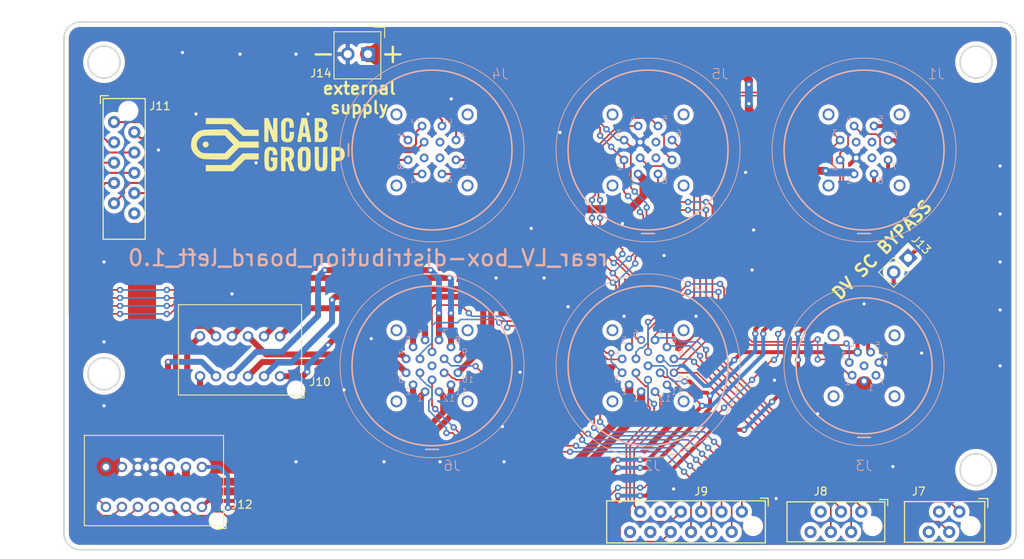
<source format=kicad_pcb>
(kicad_pcb (version 20171130) (host pcbnew "(5.1.4-0)")
  (layers (0 F.Cu signal) (31 B.Cu signal) (34 B.Paste user) (35 F.Paste user) (36 B.SilkS user) (37 F.SilkS user) (38 B.Mask user) (39 F.Mask user) (44 Edge.Cuts user))
  (net 0 "")
  (net 1 /control_systems_supply)
  (net 2 /CAN1_H)
  (net 3 /CAN1_L)
  (net 4 /RST_out)
  (net 5 /SC_RES_AS)
  (net 6 /SC_BOTS_TSMS)
  (net 7 /SC_TSMS_relays)
  (net 8 /SC_GND)
  (net 9 /control_systems_GND)
  (net 10 "Net-(J1-Pad10)")
  (net 11 "Net-(J1-Pad11)")
  (net 12 "Net-(J1-Pad12)")
  (net 13 /inverter_supply)
  (net 14 /inverter_GND)
  (net 15 /CAN2_H)
  (net 16 /CAN2_L)
  (net 17 /enable_front_inverters_1)
  (net 18 /enable_front_inverters_2)
  (net 19 /enable_rear_inverters_1)
  (net 20 /enable_rear_inverters_2)
  (net 21 /discharge_relay_open)
  (net 22 /discharge_resistor_temperature_pin1)
  (net 23 /discharge_resistor_temperature_pin2)
  (net 24 /TS_state_vehicle+)
  (net 25 /TS_state_vehicle-)
  (net 26 /SC_HVD_RES)
  (net 27 "Net-(J3-Pad7)")
  (net 28 "Net-(J3-Pad8)")
  (net 29 /RL_temperature_sensor_supply)
  (net 30 /RL_temperature_sensor_GND)
  (net 31 /RL_I2C_data)
  (net 32 /RL_I2C_GND)
  (net 33 /RL_load_cell_supply)
  (net 34 /RL_load_cell_GND)
  (net 35 /RL_load_cell+)
  (net 36 /RL_load_cell-)
  (net 37 /RL_suspension_potentiometer)
  (net 38 /RL_extra_pin_1)
  (net 39 /RL_extra_pin_2)
  (net 40 /RL_extra_pin_3)
  (net 41 "Net-(J5-Pad11)")
  (net 42 "Net-(J5-Pad12)")
  (net 43 /inverter_pump+)
  (net 44 /inverter_pump-)
  (net 45 /fan_1+)
  (net 46 /fan_1-)
  (net 47 /inverter_coolant_temperature_pin1)
  (net 48 /inverter_coolant_temperature_pin2)
  (net 49 /front_pump+)
  (net 50 /front_pump-)
  (net 51 /fan_2+)
  (net 52 /fan_2-)
  (net 53 /front_coolant_temperature_pin1)
  (net 54 /front_coolant_temperature_pin2)
  (net 55 /rear_pump+)
  (net 56 /rear_pump-)
  (net 57 /fan_3+)
  (net 58 /fan_3-)
  (net 59 /rear_coolant_temperature_pin1)
  (net 60 /rear_coolant_temperature_pin2)
  (net 61 "Net-(J6-Pad19)")
  (net 62 "Net-(J7-Pad4)")
  (net 63 "Net-(J7-Pad3)")
  (net 64 "Net-(J8-Pad6)")
  (net 65 "Net-(J8-Pad5)")
  (net 66 "Net-(J9-Pad12)")
  (net 67 /extra_temperature_pin2)
  (net 68 /extra_temperature_pin1)
  (net 69 "Net-(J11-Pad10)")
  (module KTHFS:NCAB (layer F.Cu) (at 106.5 85.3)
    (fp_text reference G*** hide)
    (fp_text value LOGO hide)
  )
  (module KTHFS:Wurth-WTB_2.54_male_vert_2 (layer F.Cu) (at 119 74 270)
    (fp_text reference J14 (at 2.4 5.9 180) (layer F.SilkS))
    (fp_text value Conn_01x02_Male)
    (pad 1 thru_hole rect (at 0 0 270) (size 1.7 1.7) (drill 1) (layers *.Cu *.Mask) (net 1 /control_systems_supply))
    (pad 2 thru_hole oval (at 0 2.54 270) (size 1.7 1.7) (drill 1) (layers *.Cu *.Mask) (net 9 /control_systems_GND))
  )
  (module Connector_PinHeader_2.54mm:PinHeader_1x02_P2.54mm_Vertical (layer F.Cu) (at 186.5 99.5 315)
    (fp_text reference J13 (at 0 -2.33 135) (layer F.SilkS))
    (fp_text value Conn_01x02_Male)
    (pad 2 thru_hole oval (at 0 2.54 315) (size 1.7 1.7) (drill 1) (layers *.Cu *.Mask) (net 26 /SC_HVD_RES))
    (pad 1 thru_hole rect (at 0 0 315) (size 1.7 1.7) (drill 1) (layers *.Cu *.Mask) (net 5 /SC_RES_AS))
  )
  (module KTHFS:Wurth-WTB-2.0_male_vert_6x2 (layer F.Cu) (at 110 116 180)
    (fp_text reference J10 (at -3 1) (layer F.SilkS))
    (fp_text value Conn_01x12_Male)
    (pad 8 thru_hole circle (at 8 6.7 180) (size 1.3 1.3) (drill 0.8) (layers *.Cu *.Mask) (net 50 /front_pump-))
    (pad 2 thru_hole circle (at 2 6.7 180) (size 1.3 1.3) (drill 0.8) (layers *.Cu *.Mask) (net 58 /fan_3-))
    (pad 4 thru_hole circle (at 4 6.7 180) (size 1.3 1.3) (drill 0.8) (layers *.Cu *.Mask) (net 52 /fan_2-))
    (pad 6 thru_hole circle (at 6 6.7 180) (size 1.3 1.3) (drill 0.8) (layers *.Cu *.Mask) (net 46 /fan_1-))
    (pad 12 thru_hole circle (at 12 6.7 180) (size 1.3 1.3) (drill 0.8) (layers *.Cu *.Mask) (net 44 /inverter_pump-))
    (pad 10 thru_hole circle (at 10 6.7 180) (size 1.3 1.3) (drill 0.8) (layers *.Cu *.Mask) (net 56 /rear_pump-))
    (pad 7 thru_hole circle (at 8 1.7 180) (size 1.3 1.3) (drill 0.8) (layers *.Cu *.Mask) (net 49 /front_pump+))
    (pad 11 thru_hole circle (at 12 1.7 180) (size 1.3 1.3) (drill 0.8) (layers *.Cu *.Mask) (net 43 /inverter_pump+))
    (pad 9 thru_hole circle (at 10 1.7 180) (size 1.3 1.3) (drill 0.8) (layers *.Cu *.Mask) (net 55 /rear_pump+))
    (pad 5 thru_hole circle (at 6 1.7 180) (size 1.3 1.3) (drill 0.8) (layers *.Cu *.Mask) (net 45 /fan_1+))
    (pad 3 thru_hole circle (at 4 1.7 180) (size 1.3 1.3) (drill 0.8) (layers *.Cu *.Mask) (net 51 /fan_2+))
    (pad 1 thru_hole circle (at 2 1.7 180) (size 1.3 1.3) (drill 0.8) (layers *.Cu *.Mask) (net 57 /fan_3+))
    (pad "" np_thru_hole circle (at 0 0 180) (size 1.3 1.3) (drill 1.3) (layers *.Cu *.Mask))
  )
  (module KTHFS:Wurth-WTB-2.0_male_vert_7x2 (layer F.Cu) (at 100.240001 132.35 180)
    (fp_text reference J12 (at -3 2) (layer F.SilkS))
    (fp_text value Conn_01x14_Male)
    (pad 14 thru_hole circle (at 14 6.7 180) (size 1.3 1.3) (drill 0.8) (layers *.Cu *.Mask) (net 1 /control_systems_supply))
    (pad 13 thru_hole circle (at 14 1.7 180) (size 1.3 1.3) (drill 0.8) (layers *.Cu *.Mask) (net 3 /CAN1_L))
    (pad 1 thru_hole circle (at 2 1.7 180) (size 1.3 1.3) (drill 0.8) (layers *.Cu *.Mask) (net 7 /SC_TSMS_relays))
    (pad 3 thru_hole circle (at 4 1.7 180) (size 1.3 1.3) (drill 0.8) (layers *.Cu *.Mask) (net 4 /RST_out))
    (pad 2 thru_hole circle (at 2 6.7 180) (size 1.3 1.3) (drill 0.8) (layers *.Cu *.Mask) (net 8 /SC_GND))
    (pad 8 thru_hole circle (at 8 6.7 180) (size 1.3 1.3) (drill 0.8) (layers *.Cu *.Mask) (net 9 /control_systems_GND))
    (pad "" np_thru_hole circle (at 0 0 180) (size 1.3 1.3) (drill 1.3) (layers *.Cu *.Mask))
    (pad 7 thru_hole circle (at 8 1.7 180) (size 1.3 1.3) (drill 0.8) (layers *.Cu *.Mask) (net 16 /CAN2_L))
    (pad 10 thru_hole circle (at 10 6.7 180) (size 1.3 1.3) (drill 0.8) (layers *.Cu *.Mask) (net 9 /control_systems_GND))
    (pad 12 thru_hole circle (at 12 6.7 180) (size 1.3 1.3) (drill 0.8) (layers *.Cu *.Mask) (net 1 /control_systems_supply))
    (pad 6 thru_hole circle (at 6 6.7 180) (size 1.3 1.3) (drill 0.8) (layers *.Cu *.Mask) (net 13 /inverter_supply))
    (pad 4 thru_hole circle (at 4 6.7 180) (size 1.3 1.3) (drill 0.8) (layers *.Cu *.Mask) (net 14 /inverter_GND))
    (pad 5 thru_hole circle (at 6 1.7 180) (size 1.3 1.3) (drill 0.8) (layers *.Cu *.Mask) (net 6 /SC_BOTS_TSMS))
    (pad 9 thru_hole circle (at 10 1.7 180) (size 1.3 1.3) (drill 0.8) (layers *.Cu *.Mask) (net 15 /CAN2_H))
    (pad 11 thru_hole circle (at 12 1.7 180) (size 1.3 1.3) (drill 0.8) (layers *.Cu *.Mask) (net 2 /CAN1_H))
  )
  (module KTHFS:Wurth-MM_female_10 (layer F.Cu) (at 87.250001 82.5 90)
    (fp_text reference J11 (at 2 5.749999 180) (layer F.SilkS))
    (fp_text value Conn_01x10_Female)
    (pad 10 thru_hole circle (at -11.43 2.54 90) (size 1.524 1.524) (drill 0.762) (layers *.Cu *.Mask) (net 69 "Net-(J11-Pad10)"))
    (pad 9 thru_hole circle (at -10.16 0 90) (size 1.524 1.524) (drill 0.762) (layers *.Cu *.Mask) (net 37 /RL_suspension_potentiometer))
    (pad 8 thru_hole circle (at -8.89 2.54 90) (size 1.524 1.524) (drill 0.762) (layers *.Cu *.Mask) (net 36 /RL_load_cell-))
    (pad 7 thru_hole circle (at -7.62 0 90) (size 1.524 1.524) (drill 0.762) (layers *.Cu *.Mask) (net 35 /RL_load_cell+))
    (pad "" np_thru_hole circle (at 1.4 1.8 90) (size 1.5 1.5) (drill 1.5) (layers *.Cu *.Mask))
    (pad 6 thru_hole circle (at -6.35 2.54 90) (size 1.524 1.524) (drill 0.8) (layers *.Cu *.Mask) (net 34 /RL_load_cell_GND))
    (pad 5 thru_hole circle (at -5.08 0 90) (size 1.524 1.524) (drill 0.8) (layers *.Cu *.Mask) (net 33 /RL_load_cell_supply))
    (pad 4 thru_hole circle (at -3.81 2.54 90) (size 1.524 1.524) (drill 0.8) (layers *.Cu *.Mask) (net 32 /RL_I2C_GND))
    (pad 3 thru_hole circle (at -2.54 0 90) (size 1.524 1.524) (drill 0.8) (layers *.Cu *.Mask) (net 31 /RL_I2C_data))
    (pad 2 thru_hole circle (at -1.27 2.54 90) (size 1.524 1.524) (drill 0.8) (layers *.Cu *.Mask) (net 30 /RL_temperature_sensor_GND))
    (pad 1 thru_hole circle (at 0 0 90) (size 1.524 1.524) (drill 0.8) (layers *.Cu *.Mask) (net 29 /RL_temperature_sensor_supply))
  )
  (module KTHFS:Wurth-MM_female_12 (layer F.Cu) (at 165.72 131.25)
    (fp_text reference J9 (at -5.08 -2.54) (layer F.SilkS))
    (fp_text value Conn_01x12_Female)
    (pad 12 thru_hole circle (at -13.97 2.54) (size 1.524 1.524) (drill 0.762) (layers *.Cu *.Mask) (net 66 "Net-(J9-Pad12)"))
    (pad 11 thru_hole circle (at -12.7 0) (size 1.524 1.524) (drill 0.762) (layers *.Cu *.Mask) (net 21 /discharge_relay_open))
    (pad 10 thru_hole circle (at -11.43 2.54) (size 1.524 1.524) (drill 0.762) (layers *.Cu *.Mask) (net 67 /extra_temperature_pin2))
    (pad 9 thru_hole circle (at -10.16 0) (size 1.524 1.524) (drill 0.762) (layers *.Cu *.Mask) (net 68 /extra_temperature_pin1))
    (pad 8 thru_hole circle (at -8.89 2.54) (size 1.524 1.524) (drill 0.762) (layers *.Cu *.Mask) (net 23 /discharge_resistor_temperature_pin2))
    (pad 7 thru_hole circle (at -7.62 0) (size 1.524 1.524) (drill 0.762) (layers *.Cu *.Mask) (net 22 /discharge_resistor_temperature_pin1))
    (pad "" np_thru_hole circle (at 1.4 1.8) (size 1.5 1.5) (drill 1.5) (layers *.Cu *.Mask))
    (pad 6 thru_hole circle (at -6.35 2.54) (size 1.524 1.524) (drill 0.8) (layers *.Cu *.Mask) (net 48 /inverter_coolant_temperature_pin2))
    (pad 5 thru_hole circle (at -5.08 0) (size 1.524 1.524) (drill 0.8) (layers *.Cu *.Mask) (net 47 /inverter_coolant_temperature_pin1))
    (pad 4 thru_hole circle (at -3.81 2.54) (size 1.524 1.524) (drill 0.8) (layers *.Cu *.Mask) (net 60 /rear_coolant_temperature_pin2))
    (pad 3 thru_hole circle (at -2.54 0) (size 1.524 1.524) (drill 0.8) (layers *.Cu *.Mask) (net 59 /rear_coolant_temperature_pin1))
    (pad 2 thru_hole circle (at -1.27 2.54) (size 1.524 1.524) (drill 0.8) (layers *.Cu *.Mask) (net 54 /front_coolant_temperature_pin2))
    (pad 1 thru_hole circle (at 0 0) (size 1.524 1.524) (drill 0.8) (layers *.Cu *.Mask) (net 53 /front_coolant_temperature_pin1))
  )
  (module KTHFS:Wurth-MM_female_6 (layer F.Cu) (at 180.655 131.25)
    (fp_text reference J8 (at -5.08 -2.54) (layer F.SilkS))
    (fp_text value Conn_01x06_Female)
    (pad "" np_thru_hole circle (at 1.4 1.8) (size 1.5 1.5) (drill 1.5) (layers *.Cu *.Mask))
    (pad 6 thru_hole circle (at -6.35 2.54) (size 1.524 1.524) (drill 0.8) (layers *.Cu *.Mask) (net 64 "Net-(J8-Pad6)"))
    (pad 5 thru_hole circle (at -5.08 0) (size 1.524 1.524) (drill 0.8) (layers *.Cu *.Mask) (net 65 "Net-(J8-Pad5)"))
    (pad 4 thru_hole circle (at -3.81 2.54) (size 1.524 1.524) (drill 0.8) (layers *.Cu *.Mask) (net 20 /enable_rear_inverters_2))
    (pad 3 thru_hole circle (at -2.54 0) (size 1.524 1.524) (drill 0.8) (layers *.Cu *.Mask) (net 19 /enable_rear_inverters_1))
    (pad 2 thru_hole circle (at -1.27 2.54) (size 1.524 1.524) (drill 0.8) (layers *.Cu *.Mask) (net 18 /enable_front_inverters_2))
    (pad 1 thru_hole circle (at 0 0) (size 1.524 1.524) (drill 0.8) (layers *.Cu *.Mask) (net 17 /enable_front_inverters_1))
  )
  (module KTHFS:Wurth-MM_female_4 (layer F.Cu) (at 192.91 131.25)
    (fp_text reference J7 (at -5.08 -2.54) (layer F.SilkS))
    (fp_text value Conn_01x04_Female)
    (pad "" np_thru_hole circle (at 1.4 1.8) (size 1.5 1.5) (drill 1.5) (layers *.Cu *.Mask))
    (pad 4 thru_hole circle (at -3.81 2.54) (size 1.524 1.524) (drill 0.8) (layers *.Cu *.Mask) (net 62 "Net-(J7-Pad4)"))
    (pad 3 thru_hole circle (at -2.54 0) (size 1.524 1.524) (drill 0.8) (layers *.Cu *.Mask) (net 63 "Net-(J7-Pad3)"))
    (pad 2 thru_hole circle (at -1.27 2.54) (size 1.524 1.524) (drill 0.8) (layers *.Cu *.Mask) (net 25 /TS_state_vehicle-))
    (pad 1 thru_hole circle (at 0 0) (size 1.524 1.524) (drill 0.8) (layers *.Cu *.Mask) (net 24 /TS_state_vehicle+))
  )
  (module KTHFS:HEN.2F.319 (layer B.Cu) (at 127 113)
    (fp_text reference J6 (at 2.5 12.5) (layer B.SilkS) (effects (font (size 1.27 1.27) (thickness 0.1016)) (justify mirror)))
    (fp_text value Conn_01x19_Female hide)
    (fp_text user 1 (at -1.50622 4.07416) (layer B.SilkS) (effects (font (size 0.79756 0.79756) (thickness 0.0762)) (justify mirror)))
    (fp_text user 2 (at -3.00736 3.20802) (layer B.SilkS) (effects (font (size 0.79756 0.79756) (thickness 0.0762)) (justify mirror)))
    (fp_text user 3 (at -3.8735 1.70688) (layer B.SilkS) (effects (font (size 0.79756 0.79756) (thickness 0.0762)) (justify mirror)))
    (fp_text user 4 (at -3.8735 -1.70688) (layer B.SilkS) (effects (font (size 0.79756 0.79756) (thickness 0.0762)) (justify mirror)))
    (fp_text user 5 (at -3.00736 -3.20802) (layer B.SilkS) (effects (font (size 0.79756 0.79756) (thickness 0.0762)) (justify mirror)))
    (fp_text user 6 (at -1.50622 -4.07416) (layer B.SilkS) (effects (font (size 0.79756 0.79756) (thickness 0.0762)) (justify mirror)))
    (fp_text user 7 (at 1.70688 -4.07416) (layer B.SilkS) (effects (font (size 0.79756 0.79756) (thickness 0.0762)) (justify mirror)))
    (fp_text user 8 (at 3.20802 -3.20802) (layer B.SilkS) (effects (font (size 0.79756 0.79756) (thickness 0.0762)) (justify mirror)))
    (fp_text user 9 (at 4.07416 -1.70688) (layer B.SilkS) (effects (font (size 0.79756 0.79756) (thickness 0.0762)) (justify mirror)))
    (fp_text user 10 (at 4.47548 1.70688) (layer B.SilkS) (effects (font (size 0.79756 0.79756) (thickness 0.0762)) (justify mirror)))
    (fp_text user 11 (at 3.6068 3.20802) (layer B.SilkS) (effects (font (size 0.79756 0.79756) (thickness 0.0762)) (justify mirror)))
    (fp_text user 12 (at 2.10566 4.07416) (layer B.SilkS) (effects (font (size 0.79756 0.79756) (thickness 0.0762)) (justify mirror)))
    (pad 1 thru_hole circle (at -0.86614 3.23596) (size 1.09082 1.09082) (drill 0.59944) (layers *.Cu *.Paste *.Mask) (net 44 /inverter_pump-))
    (pad 2 thru_hole circle (at -2.36728 2.36728) (size 1.09982 1.09982) (drill 0.59944) (layers *.Cu *.Paste *.Mask) (net 43 /inverter_pump+))
    (pad 3 thru_hole circle (at -3.23596 0.86614) (size 1.09982 1.09982) (drill 0.59944) (layers *.Cu *.Paste *.Mask) (net 45 /fan_1+))
    (pad 4 thru_hole circle (at -3.23596 -0.86614) (size 1.09982 1.09982) (drill 0.59944) (layers *.Cu *.Paste *.Mask) (net 46 /fan_1-))
    (pad 5 thru_hole circle (at -2.36728 -2.36728) (size 1.09982 1.09982) (drill 0.59944) (layers *.Cu *.Paste *.Mask) (net 57 /fan_3+))
    (pad 6 thru_hole circle (at -0.86614 -3.23596) (size 1.09082 1.09082) (drill 0.59944) (layers *.Cu *.Paste *.Mask) (net 58 /fan_3-))
    (pad 7 thru_hole circle (at 0.86614 -3.23596) (size 1.09982 1.09982) (drill 0.59944) (layers *.Cu *.Paste *.Mask) (net 49 /front_pump+))
    (pad 8 thru_hole circle (at 2.36728 -2.36728) (size 1.09982 1.09982) (drill 0.59944) (layers *.Cu *.Paste *.Mask) (net 50 /front_pump-))
    (pad 9 thru_hole circle (at 3.23596 -0.86614) (size 1.09982 1.09982) (drill 0.59944) (layers *.Cu *.Paste *.Mask) (net 51 /fan_2+))
    (pad 10 thru_hole circle (at 3.23596 0.86614) (size 1.09982 1.09982) (drill 0.59944) (layers *.Cu *.Paste *.Mask) (net 52 /fan_2-))
    (pad 11 thru_hole circle (at 2.36728 2.36728) (size 1.09982 1.09982) (drill 0.59944) (layers *.Cu *.Paste *.Mask) (net 55 /rear_pump+))
    (pad 12 thru_hole circle (at 0.86614 3.23596) (size 1.09982 1.09982) (drill 0.59944) (layers *.Cu *.Paste *.Mask) (net 56 /rear_pump-))
    (pad 13 thru_hole circle (at 0 1.74752) (size 1.09082 1.09082) (drill 0.59944) (layers *.Cu *.Paste *.Mask) (net 47 /inverter_coolant_temperature_pin1))
    (pad 14 thru_hole circle (at -1.51384 0.87376) (size 1.09982 1.09982) (drill 0.59944) (layers *.Cu *.Paste *.Mask) (net 48 /inverter_coolant_temperature_pin2))
    (pad 15 thru_hole circle (at -1.51384 -0.87376) (size 1.09982 1.09982) (drill 0.59944) (layers *.Cu *.Paste *.Mask) (net 53 /front_coolant_temperature_pin1))
    (pad 16 thru_hole circle (at 0 -1.74752) (size 1.09082 1.09082) (drill 0.59944) (layers *.Cu *.Paste *.Mask) (net 54 /front_coolant_temperature_pin2))
    (pad 17 thru_hole circle (at 1.51384 -0.87376) (size 1.09982 1.09982) (drill 0.59944) (layers *.Cu *.Paste *.Mask) (net 59 /rear_coolant_temperature_pin1))
    (pad 18 thru_hole circle (at 1.51384 0.87376) (size 1.09982 1.09982) (drill 0.59944) (layers *.Cu *.Paste *.Mask) (net 60 /rear_coolant_temperature_pin2))
    (pad 19 thru_hole circle (at 0 0) (size 1.09982 1.09982) (drill 0.59944) (layers *.Cu *.Paste *.Mask) (net 61 "Net-(J6-Pad19)"))
    (pad 21 thru_hole circle (at -4.445 -4.445) (size 1.4986 1.4986) (drill 0.99822) (layers *.Cu *.Paste *.Mask))
    (pad 22 thru_hole circle (at 4.445 -4.445) (size 1.4986 1.4986) (drill 0.99822) (layers *.Cu *.Paste *.Mask))
    (pad 23 thru_hole circle (at 4.445 4.445) (size 1.4986 1.4986) (drill 0.99822) (layers *.Cu *.Paste *.Mask))
    (pad 24 thru_hole circle (at -4.445 4.445) (size 1.4986 1.4986) (drill 0.99822) (layers *.Cu *.Paste *.Mask))
  )
  (module KTHFS:HEN.2F.312 (layer B.Cu) (at 154 86)
    (fp_text reference J5 (at 9 -9.5) (layer B.SilkS) (effects (font (size 1.27 1.27) (thickness 0.1016)) (justify mirror)))
    (fp_text value Conn_01x12_Female hide)
    (fp_text user 1 (at -1.88214 3.84048) (layer B.SilkS) (effects (font (size 0.79756 0.79756) (thickness 0.0762)) (justify mirror)))
    (fp_text user 2 (at -3.64236 2.0828) (layer B.SilkS) (effects (font (size 0.79756 0.79756) (thickness 0.0762)) (justify mirror)))
    (fp_text user 3 (at -3.64236 -2.0828) (layer B.SilkS) (effects (font (size 0.79756 0.79756) (thickness 0.0762)) (justify mirror)))
    (fp_text user 4 (at -1.88214 -3.84048) (layer B.SilkS) (effects (font (size 0.79756 0.79756) (thickness 0.0762)) (justify mirror)))
    (fp_text user 5 (at 2.0828 -3.84048) (layer B.SilkS) (effects (font (size 0.79756 0.79756) (thickness 0.0762)) (justify mirror)))
    (fp_text user 6 (at 3.84048 -2.0828) (layer B.SilkS) (effects (font (size 0.79756 0.79756) (thickness 0.0762)) (justify mirror)))
    (fp_text user 7 (at 3.84048 2.0828) (layer B.SilkS) (effects (font (size 0.79756 0.79756) (thickness 0.0762)) (justify mirror)))
    (fp_text user 8 (at 2.0828 3.84048) (layer B.SilkS) (effects (font (size 0.79756 0.79756) (thickness 0.0762)) (justify mirror)))
    (pad 1 thru_hole circle (at -1.24206 3.00228) (size 1.09982 1.09982) (drill 0.59944) (layers *.Cu *.Paste *.Mask) (net 1 /control_systems_supply))
    (pad 2 thru_hole circle (at -3.00228 1.24206) (size 1.09982 1.09982) (drill 0.59944) (layers *.Cu *.Paste *.Mask) (net 2 /CAN1_H))
    (pad 3 thru_hole circle (at -3.00228 -1.24206) (size 1.09982 1.09982) (drill 0.59944) (layers *.Cu *.Paste *.Mask) (net 3 /CAN1_L))
    (pad 4 thru_hole circle (at -1.24206 -3.00228) (size 1.09982 1.09982) (drill 0.59944) (layers *.Cu *.Paste *.Mask) (net 15 /CAN2_H))
    (pad 5 thru_hole circle (at 1.24206 -3.00228) (size 1.09982 1.09982) (drill 0.59944) (layers *.Cu *.Paste *.Mask) (net 16 /CAN2_L))
    (pad 6 thru_hole circle (at 3.00228 -1.24206) (size 1.09982 1.09982) (drill 0.59944) (layers *.Cu *.Paste *.Mask) (net 17 /enable_front_inverters_1))
    (pad 7 thru_hole circle (at 3.00228 1.24206) (size 1.09982 1.09982) (drill 0.59944) (layers *.Cu *.Paste *.Mask) (net 18 /enable_front_inverters_2))
    (pad 8 thru_hole circle (at 1.24206 3.00228) (size 1.09982 1.09982) (drill 0.59944) (layers *.Cu *.Paste *.Mask) (net 19 /enable_rear_inverters_1))
    (pad 9 thru_hole circle (at -0.98806 0.98806) (size 1.09982 1.09982) (drill 0.59944) (layers *.Cu *.Paste *.Mask) (net 20 /enable_rear_inverters_2))
    (pad 10 thru_hole circle (at -0.98806 -0.98806) (size 1.09982 1.09982) (drill 0.59944) (layers *.Cu *.Paste *.Mask) (net 9 /control_systems_GND))
    (pad 11 thru_hole circle (at 0.98806 -0.98806) (size 1.09982 1.09982) (drill 0.59944) (layers *.Cu *.Paste *.Mask) (net 41 "Net-(J5-Pad11)"))
    (pad 12 thru_hole circle (at 0.98806 0.98806) (size 1.09982 1.09982) (drill 0.59944) (layers *.Cu *.Paste *.Mask) (net 42 "Net-(J5-Pad12)"))
    (pad 14 thru_hole circle (at -4.445 -4.445) (size 1.4986 1.4986) (drill 0.99822) (layers *.Cu *.Paste *.Mask))
    (pad 15 thru_hole circle (at 4.445 -4.445) (size 1.4986 1.4986) (drill 0.99822) (layers *.Cu *.Paste *.Mask))
    (pad 16 thru_hole circle (at 4.445 4.445) (size 1.4986 1.4986) (drill 0.99822) (layers *.Cu *.Paste *.Mask))
    (pad 17 thru_hole circle (at -4.445 4.445) (size 1.4986 1.4986) (drill 0.99822) (layers *.Cu *.Paste *.Mask))
  )
  (module KTHFS:HEN.2F.312 (layer B.Cu) (at 127 86 270)
    (fp_text reference J4 (at -9.5 -8.5 180) (layer B.SilkS) (effects (font (size 1.27 1.27) (thickness 0.1016)) (justify mirror)))
    (fp_text value Conn_01x12_Female hide)
    (fp_text user 1 (at -1.88214 3.84048 90) (layer B.SilkS) (effects (font (size 0.79756 0.79756) (thickness 0.0762)) (justify mirror)))
    (fp_text user 2 (at -3.64236 2.0828 90) (layer B.SilkS) (effects (font (size 0.79756 0.79756) (thickness 0.0762)) (justify mirror)))
    (fp_text user 3 (at -3.64236 -2.0828 90) (layer B.SilkS) (effects (font (size 0.79756 0.79756) (thickness 0.0762)) (justify mirror)))
    (fp_text user 4 (at -1.88214 -3.84048 90) (layer B.SilkS) (effects (font (size 0.79756 0.79756) (thickness 0.0762)) (justify mirror)))
    (fp_text user 5 (at 2.0828 -3.84048 90) (layer B.SilkS) (effects (font (size 0.79756 0.79756) (thickness 0.0762)) (justify mirror)))
    (fp_text user 6 (at 3.84048 -2.0828 90) (layer B.SilkS) (effects (font (size 0.79756 0.79756) (thickness 0.0762)) (justify mirror)))
    (fp_text user 7 (at 3.84048 2.0828 90) (layer B.SilkS) (effects (font (size 0.79756 0.79756) (thickness 0.0762)) (justify mirror)))
    (fp_text user 8 (at 2.0828 3.84048 90) (layer B.SilkS) (effects (font (size 0.79756 0.79756) (thickness 0.0762)) (justify mirror)))
    (pad 1 thru_hole circle (at -1.24206 3.00228 270) (size 1.09982 1.09982) (drill 0.59944) (layers *.Cu *.Paste *.Mask) (net 29 /RL_temperature_sensor_supply))
    (pad 2 thru_hole circle (at -3.00228 1.24206 270) (size 1.09982 1.09982) (drill 0.59944) (layers *.Cu *.Paste *.Mask) (net 30 /RL_temperature_sensor_GND))
    (pad 3 thru_hole circle (at -3.00228 -1.24206 270) (size 1.09982 1.09982) (drill 0.59944) (layers *.Cu *.Paste *.Mask) (net 31 /RL_I2C_data))
    (pad 4 thru_hole circle (at -1.24206 -3.00228 270) (size 1.09982 1.09982) (drill 0.59944) (layers *.Cu *.Paste *.Mask) (net 32 /RL_I2C_GND))
    (pad 5 thru_hole circle (at 1.24206 -3.00228 270) (size 1.09982 1.09982) (drill 0.59944) (layers *.Cu *.Paste *.Mask) (net 33 /RL_load_cell_supply))
    (pad 6 thru_hole circle (at 3.00228 -1.24206 270) (size 1.09982 1.09982) (drill 0.59944) (layers *.Cu *.Paste *.Mask) (net 34 /RL_load_cell_GND))
    (pad 7 thru_hole circle (at 3.00228 1.24206 270) (size 1.09982 1.09982) (drill 0.59944) (layers *.Cu *.Paste *.Mask) (net 35 /RL_load_cell+))
    (pad 8 thru_hole circle (at 1.24206 3.00228 270) (size 1.09982 1.09982) (drill 0.59944) (layers *.Cu *.Paste *.Mask) (net 36 /RL_load_cell-))
    (pad 9 thru_hole circle (at -0.98806 0.98806 270) (size 1.09982 1.09982) (drill 0.59944) (layers *.Cu *.Paste *.Mask) (net 37 /RL_suspension_potentiometer))
    (pad 10 thru_hole circle (at -0.98806 -0.98806 270) (size 1.09982 1.09982) (drill 0.59944) (layers *.Cu *.Paste *.Mask) (net 38 /RL_extra_pin_1))
    (pad 11 thru_hole circle (at 0.98806 -0.98806 270) (size 1.09982 1.09982) (drill 0.59944) (layers *.Cu *.Paste *.Mask) (net 39 /RL_extra_pin_2))
    (pad 12 thru_hole circle (at 0.98806 0.98806 270) (size 1.09982 1.09982) (drill 0.59944) (layers *.Cu *.Paste *.Mask) (net 40 /RL_extra_pin_3))
    (pad 14 thru_hole circle (at -4.445 -4.445 270) (size 1.4986 1.4986) (drill 0.99822) (layers *.Cu *.Paste *.Mask))
    (pad 15 thru_hole circle (at 4.445 -4.445 270) (size 1.4986 1.4986) (drill 0.99822) (layers *.Cu *.Paste *.Mask))
    (pad 16 thru_hole circle (at 4.445 4.445 270) (size 1.4986 1.4986) (drill 0.99822) (layers *.Cu *.Paste *.Mask))
    (pad 17 thru_hole circle (at -4.445 4.445 270) (size 1.4986 1.4986) (drill 0.99822) (layers *.Cu *.Paste *.Mask))
  )
  (module KTHFS:HEN.1F.308 (layer B.Cu) (at 181 113)
    (fp_text reference J3 (at 0 12.5) (layer B.SilkS) (effects (font (size 1.27 1.27) (thickness 0.1016)) (justify mirror)))
    (fp_text value Conn_01x08_Female hide)
    (fp_text user 1 (at 0.8382 2.73812) (layer B.SilkS) (effects (font (size 0.79756 0.79756) (thickness 0.0762)) (justify mirror)))
    (fp_text user 2 (at -2.12344 2.02438) (layer B.SilkS) (effects (font (size 0.79756 0.79756) (thickness 0.0762)) (justify mirror)))
    (fp_text user 3 (at -2.49174 -1.26238) (layer B.SilkS) (effects (font (size 0.79756 0.79756) (thickness 0.0762)) (justify mirror)))
    (fp_text user 4 (at -1.46304 -2.55016) (layer B.SilkS) (effects (font (size 0.79756 0.79756) (thickness 0.0762)) (justify mirror)))
    (fp_text user 5 (at 1.6637 -2.55016) (layer B.SilkS) (effects (font (size 0.79756 0.79756) (thickness 0.0762)) (justify mirror)))
    (fp_text user 6 (at 2.68986 -1.26238) (layer B.SilkS) (effects (font (size 0.79756 0.79756) (thickness 0.0762)) (justify mirror)))
    (fp_text user 7 (at 2.3241 2.02438) (layer B.SilkS) (effects (font (size 0.79756 0.79756) (thickness 0.0762)) (justify mirror)))
    (pad 1 thru_hole circle (at 0 1.89992) (size 1.09982 1.09982) (drill 0.59944) (layers *.Cu *.Paste *.Mask) (net 1 /control_systems_supply))
    (pad 2 thru_hole circle (at -1.48336 1.18364) (size 1.09982 1.09982) (drill 0.59944) (layers *.Cu *.Paste *.Mask) (net 2 /CAN1_H))
    (pad 3 thru_hole circle (at -1.85166 -0.42164) (size 1.09982 1.09982) (drill 0.59944) (layers *.Cu *.Paste *.Mask) (net 3 /CAN1_L))
    (pad 4 thru_hole circle (at -0.82296 -1.71196) (size 1.09982 1.09982) (drill 0.59944) (layers *.Cu *.Paste *.Mask) (net 26 /SC_HVD_RES))
    (pad 5 thru_hole circle (at 0.82296 -1.71196) (size 1.09982 1.09982) (drill 0.59944) (layers *.Cu *.Paste *.Mask) (net 5 /SC_RES_AS))
    (pad 6 thru_hole circle (at 1.85166 -0.42164) (size 1.09982 1.09982) (drill 0.59944) (layers *.Cu *.Paste *.Mask) (net 9 /control_systems_GND))
    (pad 7 thru_hole circle (at 1.48336 1.18364) (size 1.09982 1.09982) (drill 0.59944) (layers *.Cu *.Paste *.Mask) (net 27 "Net-(J3-Pad7)"))
    (pad 8 thru_hole circle (at 0 0) (size 1.09982 1.09982) (drill 0.59944) (layers *.Cu *.Paste *.Mask) (net 28 "Net-(J3-Pad8)"))
    (pad 10 thru_hole circle (at -3.81 -3.81) (size 1.4986 1.4986) (drill 0.99822) (layers *.Cu *.Paste *.Mask))
    (pad 11 thru_hole circle (at 3.81 -3.81) (size 1.4986 1.4986) (drill 0.99822) (layers *.Cu *.Paste *.Mask))
    (pad 12 thru_hole circle (at 3.81 3.81) (size 1.4986 1.4986) (drill 0.99822) (layers *.Cu *.Paste *.Mask))
    (pad 13 thru_hole circle (at -3.81 3.81) (size 1.4986 1.4986) (drill 0.99822) (layers *.Cu *.Paste *.Mask))
  )
  (module KTHFS:HEN.2F.319 (layer B.Cu) (at 154 113)
    (fp_text reference J2 (at 0.5 12.5) (layer B.SilkS) (effects (font (size 1.27 1.27) (thickness 0.1016)) (justify mirror)))
    (fp_text value Conn_01x19_Male hide)
    (fp_text user 1 (at -1.50622 4.07416) (layer B.SilkS) (effects (font (size 0.79756 0.79756) (thickness 0.0762)) (justify mirror)))
    (fp_text user 2 (at -3.00736 3.20802) (layer B.SilkS) (effects (font (size 0.79756 0.79756) (thickness 0.0762)) (justify mirror)))
    (fp_text user 3 (at -3.8735 1.70688) (layer B.SilkS) (effects (font (size 0.79756 0.79756) (thickness 0.0762)) (justify mirror)))
    (fp_text user 4 (at -3.8735 -1.70688) (layer B.SilkS) (effects (font (size 0.79756 0.79756) (thickness 0.0762)) (justify mirror)))
    (fp_text user 5 (at -3.00736 -3.20802) (layer B.SilkS) (effects (font (size 0.79756 0.79756) (thickness 0.0762)) (justify mirror)))
    (fp_text user 6 (at -1.50622 -4.07416) (layer B.SilkS) (effects (font (size 0.79756 0.79756) (thickness 0.0762)) (justify mirror)))
    (fp_text user 7 (at 1.70688 -4.07416) (layer B.SilkS) (effects (font (size 0.79756 0.79756) (thickness 0.0762)) (justify mirror)))
    (fp_text user 8 (at 3.20802 -3.20802) (layer B.SilkS) (effects (font (size 0.79756 0.79756) (thickness 0.0762)) (justify mirror)))
    (fp_text user 9 (at 4.07416 -1.70688) (layer B.SilkS) (effects (font (size 0.79756 0.79756) (thickness 0.0762)) (justify mirror)))
    (fp_text user 10 (at 4.47548 1.70688) (layer B.SilkS) (effects (font (size 0.79756 0.79756) (thickness 0.0762)) (justify mirror)))
    (fp_text user 11 (at 3.6068 3.20802) (layer B.SilkS) (effects (font (size 0.79756 0.79756) (thickness 0.0762)) (justify mirror)))
    (fp_text user 12 (at 2.10566 4.07416) (layer B.SilkS) (effects (font (size 0.79756 0.79756) (thickness 0.0762)) (justify mirror)))
    (pad 1 thru_hole circle (at -0.86614 3.23596) (size 1.09982 1.09982) (drill 0.59944) (layers *.Cu *.Paste *.Mask) (net 13 /inverter_supply))
    (pad 2 thru_hole circle (at -2.36728 2.36728) (size 1.09982 1.09982) (drill 0.59944) (layers *.Cu *.Paste *.Mask) (net 14 /inverter_GND))
    (pad 3 thru_hole circle (at -3.23596 0.86614) (size 1.09982 1.09982) (drill 0.59944) (layers *.Cu *.Paste *.Mask) (net 2 /CAN1_H))
    (pad 4 thru_hole circle (at -3.23596 -0.86614) (size 1.09982 1.09982) (drill 0.59944) (layers *.Cu *.Paste *.Mask) (net 3 /CAN1_L))
    (pad 5 thru_hole circle (at -2.36728 -2.36728) (size 1.09982 1.09982) (drill 0.59944) (layers *.Cu *.Paste *.Mask) (net 15 /CAN2_H))
    (pad 6 thru_hole circle (at -0.86614 -3.23596) (size 0.99982 0.99982) (drill 0.59944) (layers *.Cu *.Paste *.Mask) (net 16 /CAN2_L))
    (pad 7 thru_hole circle (at 0.86614 -3.23596) (size 1.09982 1.09982) (drill 0.59944) (layers *.Cu *.Paste *.Mask) (net 17 /enable_front_inverters_1))
    (pad 8 thru_hole circle (at 2.36728 -2.36728) (size 1.09982 1.09982) (drill 0.59944) (layers *.Cu *.Paste *.Mask) (net 18 /enable_front_inverters_2))
    (pad 9 thru_hole circle (at 3.23596 -0.86614) (size 1.09982 1.09982) (drill 0.59944) (layers *.Cu *.Paste *.Mask) (net 19 /enable_rear_inverters_1))
    (pad 10 thru_hole circle (at 3.23596 0.86614) (size 1.05982 1.05982) (drill 0.59944) (layers *.Cu *.Paste *.Mask) (net 20 /enable_rear_inverters_2))
    (pad 11 thru_hole circle (at 2.36728 2.36728) (size 1.05982 1.05982) (drill 0.59944) (layers *.Cu *.Paste *.Mask) (net 9 /control_systems_GND))
    (pad 12 thru_hole circle (at 0.86614 3.23596) (size 1.09982 1.09982) (drill 0.59944) (layers *.Cu *.Paste *.Mask) (net 21 /discharge_relay_open))
    (pad 13 thru_hole circle (at 0 1.74752) (size 0.99982 0.99982) (drill 0.59944) (layers *.Cu *.Paste *.Mask) (net 22 /discharge_resistor_temperature_pin1))
    (pad 14 thru_hole circle (at -1.51384 0.87376) (size 1.09982 1.09982) (drill 0.59944) (layers *.Cu *.Paste *.Mask) (net 23 /discharge_resistor_temperature_pin2))
    (pad 15 thru_hole circle (at -1.51384 -0.87376) (size 1.09982 1.09982) (drill 0.59944) (layers *.Cu *.Paste *.Mask) (net 24 /TS_state_vehicle+))
    (pad 16 thru_hole circle (at 0 -1.74752) (size 0.99982 0.99982) (drill 0.59944) (layers *.Cu *.Paste *.Mask) (net 25 /TS_state_vehicle-))
    (pad 17 thru_hole circle (at 1.51384 -0.87376) (size 1.09982 1.09982) (drill 0.59944) (layers *.Cu *.Paste *.Mask) (net 26 /SC_HVD_RES))
    (pad 18 thru_hole circle (at 1.51384 0.87376) (size 1.09982 1.09982) (drill 0.59944) (layers *.Cu *.Paste *.Mask) (net 7 /SC_TSMS_relays))
    (pad 19 thru_hole circle (at 0 0) (size 1.09982 1.09982) (drill 0.59944) (layers *.Cu *.Paste *.Mask) (net 8 /SC_GND))
    (pad 21 thru_hole circle (at -4.445 -4.445) (size 1.4986 1.4986) (drill 0.99822) (layers *.Cu *.Paste *.Mask))
    (pad 22 thru_hole circle (at 4.445 -4.445) (size 1.4986 1.4986) (drill 0.99822) (layers *.Cu *.Paste *.Mask))
    (pad 23 thru_hole circle (at 4.445 4.445) (size 1.4986 1.4986) (drill 0.99822) (layers *.Cu *.Paste *.Mask))
    (pad 24 thru_hole circle (at -4.445 4.445) (size 1.4986 1.4986) (drill 0.99822) (layers *.Cu *.Paste *.Mask))
  )
  (module KTHFS:HEN.2F.312 (layer B.Cu) (at 181 86)
    (fp_text reference J1 (at 9 -9.5) (layer B.SilkS) (effects (font (size 1.27 1.27) (thickness 0.1016)) (justify mirror)))
    (fp_text value Conn_01x12_Female hide)
    (fp_text user 1 (at -1.88214 3.84048) (layer B.SilkS) (effects (font (size 0.79756 0.79756) (thickness 0.0762)) (justify mirror)))
    (fp_text user 2 (at -3.64236 2.0828) (layer B.SilkS) (effects (font (size 0.79756 0.79756) (thickness 0.0762)) (justify mirror)))
    (fp_text user 3 (at -3.64236 -2.0828) (layer B.SilkS) (effects (font (size 0.79756 0.79756) (thickness 0.0762)) (justify mirror)))
    (fp_text user 4 (at -1.88214 -3.84048) (layer B.SilkS) (effects (font (size 0.79756 0.79756) (thickness 0.0762)) (justify mirror)))
    (fp_text user 5 (at 2.0828 -3.84048) (layer B.SilkS) (effects (font (size 0.79756 0.79756) (thickness 0.0762)) (justify mirror)))
    (fp_text user 6 (at 3.84048 -2.0828) (layer B.SilkS) (effects (font (size 0.79756 0.79756) (thickness 0.0762)) (justify mirror)))
    (fp_text user 7 (at 3.84048 2.0828) (layer B.SilkS) (effects (font (size 0.79756 0.79756) (thickness 0.0762)) (justify mirror)))
    (fp_text user 8 (at 2.0828 3.84048) (layer B.SilkS) (effects (font (size 0.79756 0.79756) (thickness 0.0762)) (justify mirror)))
    (pad 1 thru_hole circle (at -1.24206 3.00228) (size 1.09982 1.09982) (drill 0.59944) (layers *.Cu *.Paste *.Mask) (net 1 /control_systems_supply))
    (pad 2 thru_hole circle (at -3.00228 1.24206) (size 1.09982 1.09982) (drill 0.59944) (layers *.Cu *.Paste *.Mask) (net 2 /CAN1_H))
    (pad 3 thru_hole circle (at -3.00228 -1.24206) (size 1.09982 1.09982) (drill 0.59944) (layers *.Cu *.Paste *.Mask) (net 3 /CAN1_L))
    (pad 4 thru_hole circle (at -1.24206 -3.00228) (size 1.09982 1.09982) (drill 0.59944) (layers *.Cu *.Paste *.Mask) (net 4 /RST_out))
    (pad 5 thru_hole circle (at 1.24206 -3.00228) (size 1.09982 1.09982) (drill 0.59944) (layers *.Cu *.Paste *.Mask) (net 5 /SC_RES_AS))
    (pad 6 thru_hole circle (at 3.00228 -1.24206) (size 1.09982 1.09982) (drill 0.59944) (layers *.Cu *.Paste *.Mask) (net 6 /SC_BOTS_TSMS))
    (pad 7 thru_hole circle (at 3.00228 1.24206) (size 1.09982 1.09982) (drill 0.59944) (layers *.Cu *.Paste *.Mask) (net 7 /SC_TSMS_relays))
    (pad 8 thru_hole circle (at 1.24206 3.00228) (size 1.09982 1.09982) (drill 0.59944) (layers *.Cu *.Paste *.Mask) (net 8 /SC_GND))
    (pad 9 thru_hole circle (at -0.98806 0.98806) (size 1.09982 1.09982) (drill 0.59944) (layers *.Cu *.Paste *.Mask) (net 9 /control_systems_GND))
    (pad 10 thru_hole circle (at -0.98806 -0.98806) (size 1.09982 1.09982) (drill 0.59944) (layers *.Cu *.Paste *.Mask) (net 10 "Net-(J1-Pad10)"))
    (pad 11 thru_hole circle (at 0.98806 -0.98806) (size 1.09982 1.09982) (drill 0.59944) (layers *.Cu *.Paste *.Mask) (net 11 "Net-(J1-Pad11)"))
    (pad 12 thru_hole circle (at 0.98806 0.98806) (size 1.09982 1.09982) (drill 0.59944) (layers *.Cu *.Paste *.Mask) (net 12 "Net-(J1-Pad12)"))
    (pad 14 thru_hole circle (at -4.445 -4.445) (size 1.4986 1.4986) (drill 0.99822) (layers *.Cu *.Paste *.Mask))
    (pad 15 thru_hole circle (at 4.445 -4.445) (size 1.4986 1.4986) (drill 0.99822) (layers *.Cu *.Paste *.Mask))
    (pad 16 thru_hole circle (at 4.445 4.445) (size 1.4986 1.4986) (drill 0.99822) (layers *.Cu *.Paste *.Mask))
    (pad 17 thru_hole circle (at -4.445 4.445) (size 1.4986 1.4986) (drill 0.99822) (layers *.Cu *.Paste *.Mask))
  )
  (gr_text - (at 113.4 73.85) (layer F.SilkS) (effects (font (size 2.5 2.5) (thickness 0.3))))
  (gr_text "external\nsupply" (at 117.915 79.5) (layer F.SilkS) (effects (font (size 1.5 1.5) (thickness 0.3))))
  (gr_text + (at 122.1 73.85) (layer F.SilkS) (effects (font (size 2.5 2.5) (thickness 0.3))))
  (gr_text "rear_LV_box-distribution_board_left_1.0\n" (at 119 99.5) (layer B.SilkS) (effects (font (size 2 2) (thickness 0.3)) (justify mirror)))
  (gr_text "DV SC BYPASS" (at 183.25 98.5 45) (layer F.SilkS) (effects (font (size 1.5 1.5) (thickness 0.3))))
  (gr_arc (start 83.000001 134) (end 81.000001 134.000001) (angle -90) (layer Edge.Cuts) (width 0.2))
  (gr_arc (start 83.000001 72.000001) (end 83.000001 70) (angle -90) (layer Edge.Cuts) (width 0.2))
  (gr_line (start 81.000001 134.000001) (end 81.000001 72) (layer Edge.Cuts) (width 0.2))
  (gr_circle (center 86.000001 114) (end 88.000001 114) (layer Edge.Cuts) (width 0.2))
  (gr_circle (center 86.000001 75) (end 88.000001 75) (layer Edge.Cuts) (width 0.2))
  (gr_circle (center 195.000001 126) (end 197.000001 126) (layer Edge.Cuts) (width 0.2))
  (gr_arc (start 198 72.000001) (end 200 72) (angle -90) (layer Edge.Cuts) (width 0.2))
  (gr_line (start 83.000001 70) (end 198 70) (layer Edge.Cuts) (width 0.2))
  (gr_circle (center 195 75) (end 197 75) (layer Edge.Cuts) (width 0.2))
  (gr_line (start 198 136) (end 83.000001 136) (layer Edge.Cuts) (width 0.2))
  (gr_arc (start 198.000001 134.000001) (end 198 136) (angle -90) (layer Edge.Cuts) (width 0.2))
  (gr_line (start 200 72) (end 200 134) (layer Edge.Cuts) (width 0.2))
  (segment (start 86.240001 125.65) (end 88.240001 125.65) (width 1) (layer F.Cu) (net 1))
  (segment (start 181 116.5) (end 181 115.290149) (width 2) (layer F.Cu) (net 1))
  (via (at 176.2 88.6) (size 0.8) (drill 0.4) (layers F.Cu B.Cu) (net 1))
  (segment (start 176.2 88.6) (end 174.2 88.6) (width 1) (layer F.Cu) (net 1))
  (segment (start 166.6 81) (end 166.6 80.2) (width 1) (layer F.Cu) (net 1))
  (via (at 166.6 80.2) (size 0.8) (drill 0.4) (layers F.Cu B.Cu) (net 1))
  (segment (start 174.2 88.6) (end 166.6 81) (width 1) (layer F.Cu) (net 1))
  (segment (start 166.6 80.2) (end 166.6 77.8) (width 1) (layer B.Cu) (net 1))
  (via (at 166.6 77.8) (size 0.8) (drill 0.4) (layers F.Cu B.Cu) (net 1))
  (segment (start 181 119) (end 181 116.5) (width 3) (layer F.Cu) (net 1))
  (segment (start 194 117) (end 191 120) (width 3.5) (layer F.Cu) (net 1))
  (segment (start 191 120) (end 182 120) (width 3.5) (layer F.Cu) (net 1))
  (segment (start 186 74.25) (end 194 82.25) (width 3.5) (layer F.Cu) (net 1))
  (segment (start 138 90) (end 138 79) (width 3.5) (layer F.Cu) (net 1))
  (segment (start 182 120) (end 181 119) (width 3.5) (layer F.Cu) (net 1))
  (segment (start 138 79) (end 142.75 74.25) (width 3.5) (layer F.Cu) (net 1))
  (segment (start 194 82.25) (end 194 117) (width 3.5) (layer F.Cu) (net 1))
  (segment (start 153.432065 89.676405) (end 153.307849 89.552189) (width 1) (layer F.Cu) (net 1))
  (segment (start 138 90) (end 139 90) (width 1) (layer F.Cu) (net 1))
  (segment (start 153.307849 89.552189) (end 152.75794 89.00228) (width 1) (layer F.Cu) (net 1))
  (segment (start 153.432065 91.723298) (end 153.432065 89.676405) (width 1) (layer F.Cu) (net 1))
  (segment (start 139 90) (end 142.399998 93.399998) (width 1) (layer F.Cu) (net 1))
  (segment (start 142.399998 93.399998) (end 151.755365 93.399998) (width 1) (layer F.Cu) (net 1))
  (segment (start 151.755365 93.399998) (end 153.432065 91.723298) (width 1) (layer F.Cu) (net 1))
  (segment (start 163.615685 74.25) (end 162.75 74.25) (width 1) (layer F.Cu) (net 1))
  (segment (start 166.6 77.8) (end 166.6 77.234315) (width 1) (layer F.Cu) (net 1))
  (segment (start 166.6 77.234315) (end 163.615685 74.25) (width 1) (layer F.Cu) (net 1))
  (segment (start 162.75 74.25) (end 186 74.25) (width 3.5) (layer F.Cu) (net 1))
  (segment (start 142.75 74.25) (end 162.75 74.25) (width 3.5) (layer F.Cu) (net 1))
  (segment (start 179.55566 88.8) (end 176.4 88.8) (width 1) (layer B.Cu) (net 1))
  (segment (start 176.4 88.8) (end 176.2 88.6) (width 1) (layer B.Cu) (net 1))
  (segment (start 179.75794 89.00228) (end 179.55566 88.8) (width 1) (layer B.Cu) (net 1))
  (segment (start 133 95) (end 138 90) (width 3.5) (layer F.Cu) (net 1))
  (segment (start 96.75 95) (end 133 95) (width 3.5) (layer F.Cu) (net 1))
  (segment (start 90.75 118.75) (end 90.75 101) (width 3.5) (layer F.Cu) (net 1))
  (segment (start 86.240001 125.65) (end 86.240001 123.259999) (width 3.5) (layer F.Cu) (net 1))
  (segment (start 86.240001 123.259999) (end 90.75 118.75) (width 3.5) (layer F.Cu) (net 1))
  (segment (start 90.75 101) (end 96.75 95) (width 3.5) (layer F.Cu) (net 1))
  (segment (start 133 74) (end 138 79) (width 3) (layer F.Cu) (net 1))
  (segment (start 119 74) (end 120.5 74) (width 2) (layer F.Cu) (net 1))
  (segment (start 120.5 74) (end 133 74) (width 3) (layer F.Cu) (net 1))
  (segment (start 149.6 101.4) (end 149.6 101.4) (width 0.2) (layer F.Cu) (net 2))
  (via (at 151.599982 99.6) (size 0.8) (drill 0.4) (layers F.Cu B.Cu) (net 2))
  (segment (start 151.4 99.6) (end 151.599982 99.6) (width 0.2) (layer B.Cu) (net 2))
  (segment (start 149.6 101.4) (end 151.4 99.6) (width 0.2) (layer B.Cu) (net 2))
  (via (at 149.6 101.4) (size 0.8) (drill 0.4) (layers F.Cu B.Cu) (net 2))
  (via (at 149.4 111.399994) (size 0.8) (drill 0.4) (layers F.Cu B.Cu) (net 2))
  (segment (start 149.4 112.5021) (end 149.4 111.965679) (width 0.2) (layer B.Cu) (net 2))
  (segment (start 150.76404 113.86614) (end 149.4 112.5021) (width 0.2) (layer B.Cu) (net 2))
  (segment (start 149.4 111.965679) (end 149.4 111.399994) (width 0.2) (layer B.Cu) (net 2))
  (segment (start 148 110.6) (end 148.8 111.4) (width 0.2) (layer F.Cu) (net 2))
  (segment (start 149.399994 111.4) (end 149.4 111.399994) (width 0.2) (layer F.Cu) (net 2))
  (segment (start 148.8 111.4) (end 149.399994 111.4) (width 0.2) (layer F.Cu) (net 2))
  (segment (start 148 108.2) (end 148 110.6) (width 0.2) (layer F.Cu) (net 2))
  (segment (start 150.4 105.8) (end 148 108.2) (width 0.2) (layer F.Cu) (net 2))
  (segment (start 150.4 102.2) (end 150.4 105.8) (width 0.2) (layer F.Cu) (net 2))
  (segment (start 149.6 101.4) (end 150.4 102.2) (width 0.2) (layer F.Cu) (net 2))
  (via (at 149.4 85.6) (size 0.8) (drill 0.4) (layers F.Cu B.Cu) (net 2))
  (segment (start 149.4 85.64434) (end 149.4 85.6) (width 0.2) (layer F.Cu) (net 2))
  (segment (start 150.99772 87.24206) (end 149.4 85.64434) (width 0.2) (layer F.Cu) (net 2))
  (via (at 148 84.2) (size 0.8) (drill 0.4) (layers F.Cu B.Cu) (net 2))
  (segment (start 149.4 85.6) (end 148 84.2) (width 0.2) (layer B.Cu) (net 2))
  (via (at 175.2 112.2) (size 0.8) (drill 0.4) (layers F.Cu B.Cu) (net 2))
  (via (at 175.2 109.69999) (size 0.8) (drill 0.4) (layers F.Cu B.Cu) (net 2))
  (segment (start 175.2 112.2) (end 175.2 109.69999) (width 0.2) (layer B.Cu) (net 2))
  (segment (start 177.2 112.2) (end 179.18364 114.18364) (width 0.2) (layer F.Cu) (net 2))
  (segment (start 179.18364 114.18364) (end 179.51664 114.18364) (width 0.2) (layer F.Cu) (net 2))
  (segment (start 175.2 112.2) (end 177.2 112.2) (width 0.2) (layer F.Cu) (net 2))
  (segment (start 174.90001 109.69999) (end 175.2 109.69999) (width 0.2) (layer F.Cu) (net 2))
  (segment (start 167 110) (end 174.6 110) (width 0.2) (layer F.Cu) (net 2))
  (segment (start 174.6 110) (end 174.90001 109.69999) (width 0.2) (layer F.Cu) (net 2))
  (segment (start 177.99772 87.24206) (end 178.4 87.64434) (width 0.2) (layer F.Cu) (net 2))
  (segment (start 178.4 93.9657) (end 166.2 106.1657) (width 0.2) (layer F.Cu) (net 2))
  (segment (start 178.4 87.64434) (end 178.4 93.9657) (width 0.2) (layer F.Cu) (net 2))
  (segment (start 166.2 109.2) (end 167 110) (width 0.2) (layer F.Cu) (net 2))
  (segment (start 166.2 106.1657) (end 166.2 109.2) (width 0.2) (layer F.Cu) (net 2))
  (segment (start 177.99772 86.40228) (end 177.99772 87.24206) (width 0.2) (layer F.Cu) (net 2))
  (segment (start 179 85.4) (end 177.99772 86.40228) (width 0.2) (layer F.Cu) (net 2))
  (segment (start 174 83.6) (end 178.4 83.6) (width 0.2) (layer F.Cu) (net 2))
  (segment (start 147.6 80.4) (end 149.2 78.8) (width 0.2) (layer F.Cu) (net 2))
  (segment (start 178.4 83.6) (end 179 84.2) (width 0.2) (layer F.Cu) (net 2))
  (segment (start 148 84.2) (end 148 83.2) (width 0.2) (layer F.Cu) (net 2))
  (segment (start 147.6 82.8) (end 147.6 80.4) (width 0.2) (layer F.Cu) (net 2))
  (segment (start 179 84.2) (end 179 85.4) (width 0.2) (layer F.Cu) (net 2))
  (segment (start 169.2 78.8) (end 174 83.6) (width 0.2) (layer F.Cu) (net 2))
  (segment (start 149.2 78.8) (end 169.2 78.8) (width 0.2) (layer F.Cu) (net 2))
  (segment (start 148 83.2) (end 147.6 82.8) (width 0.2) (layer F.Cu) (net 2))
  (segment (start 151.100001 91.349993) (end 151.5 91.749992) (width 0.2) (layer F.Cu) (net 2))
  (via (at 151.5 91.749992) (size 0.8) (drill 0.4) (layers F.Cu B.Cu) (net 2))
  (segment (start 150.99772 87.24206) (end 150.99772 91.247712) (width 0.2) (layer F.Cu) (net 2))
  (segment (start 150.99772 91.247712) (end 151.100001 91.349993) (width 0.2) (layer F.Cu) (net 2))
  (via (at 153 93.75) (size 0.8) (drill 0.4) (layers F.Cu B.Cu) (net 2))
  (segment (start 151.5 91.749992) (end 153 93.249992) (width 0.2) (layer B.Cu) (net 2))
  (segment (start 153 93.249992) (end 153 93.75) (width 0.2) (layer B.Cu) (net 2))
  (segment (start 153.4 94.15) (end 153 93.75) (width 0.2) (layer F.Cu) (net 2))
  (segment (start 151.599982 99.6) (end 153.4 97.799982) (width 0.2) (layer F.Cu) (net 2))
  (segment (start 153.4 97.799982) (end 153.4 94.15) (width 0.2) (layer F.Cu) (net 2))
  (via (at 93.85001 105.5) (size 0.8) (drill 0.4) (layers F.Cu B.Cu) (net 2))
  (segment (start 86.25 105.5) (end 87.999994 105.5) (width 0.2) (layer F.Cu) (net 2))
  (segment (start 82.75 109) (end 86.25 105.5) (width 0.2) (layer F.Cu) (net 2))
  (segment (start 85.75 131.75) (end 82.75 128.75) (width 0.2) (layer F.Cu) (net 2))
  (segment (start 88.240001 130.65) (end 87.140001 131.75) (width 0.2) (layer F.Cu) (net 2))
  (segment (start 87.140001 131.75) (end 85.75 131.75) (width 0.2) (layer F.Cu) (net 2))
  (segment (start 93.85001 105.5) (end 87.999994 105.5) (width 0.2) (layer B.Cu) (net 2))
  (via (at 87.999994 105.5) (size 0.8) (drill 0.4) (layers F.Cu B.Cu) (net 2))
  (segment (start 82.75 128.75) (end 82.75 109) (width 0.2) (layer F.Cu) (net 2))
  (segment (start 94.5 105.5) (end 93.85001 105.5) (width 0.2) (layer F.Cu) (net 2))
  (segment (start 100.5 99.5) (end 94.5 105.5) (width 0.2) (layer F.Cu) (net 2))
  (segment (start 147.7 99.5) (end 100.5 99.5) (width 0.2) (layer F.Cu) (net 2))
  (segment (start 149.6 101.4) (end 147.7 99.5) (width 0.2) (layer F.Cu) (net 2))
  (via (at 149.6 102.6) (size 0.8) (drill 0.4) (layers F.Cu B.Cu) (net 3))
  (via (at 152.4 100.2) (size 0.8) (drill 0.4) (layers F.Cu B.Cu) (net 3))
  (segment (start 150 102.6) (end 152.4 100.2) (width 0.2) (layer B.Cu) (net 3))
  (segment (start 149.6 102.6) (end 150 102.6) (width 0.2) (layer B.Cu) (net 3))
  (segment (start 150.6979 112.2) (end 150.76404 112.13386) (width 0.2) (layer F.Cu) (net 3))
  (segment (start 148.963998 112.2) (end 150.6979 112.2) (width 0.2) (layer F.Cu) (net 3))
  (segment (start 147.6 110.836002) (end 148.963998 112.2) (width 0.2) (layer F.Cu) (net 3))
  (segment (start 147.6 108) (end 147.6 110.836002) (width 0.2) (layer F.Cu) (net 3))
  (segment (start 150 103) (end 150 105.6) (width 0.2) (layer F.Cu) (net 3))
  (segment (start 150 105.6) (end 147.6 108) (width 0.2) (layer F.Cu) (net 3))
  (segment (start 149.6 102.6) (end 150 103) (width 0.2) (layer F.Cu) (net 3))
  (via (at 148.8 83.4) (size 0.8) (drill 0.4) (layers F.Cu B.Cu) (net 3))
  (segment (start 150.15794 84.75794) (end 148.8 83.4) (width 0.2) (layer B.Cu) (net 3))
  (segment (start 150.99772 84.75794) (end 150.15794 84.75794) (width 0.2) (layer B.Cu) (net 3))
  (segment (start 169 79.2) (end 173.8 84) (width 0.2) (layer F.Cu) (net 3))
  (segment (start 149.4 79.2) (end 169 79.2) (width 0.2) (layer F.Cu) (net 3))
  (segment (start 148 80.6) (end 149.4 79.2) (width 0.2) (layer F.Cu) (net 3))
  (segment (start 173.8 84) (end 177.23978 84) (width 0.2) (layer F.Cu) (net 3))
  (segment (start 148 82.6) (end 148 80.6) (width 0.2) (layer F.Cu) (net 3))
  (segment (start 177.23978 84) (end 177.99772 84.75794) (width 0.2) (layer F.Cu) (net 3))
  (segment (start 148.8 83.4) (end 148 82.6) (width 0.2) (layer F.Cu) (net 3))
  (via (at 178.8 110.2) (size 0.8) (drill 0.4) (layers F.Cu B.Cu) (net 3))
  (segment (start 179.14834 110.54834) (end 179.14834 112.57836) (width 0.2) (layer B.Cu) (net 3))
  (segment (start 178.8 110.2) (end 179.14834 110.54834) (width 0.2) (layer B.Cu) (net 3))
  (segment (start 178.6 110.4) (end 178.8 110.2) (width 0.2) (layer F.Cu) (net 3))
  (segment (start 166.8 110.4) (end 178.6 110.4) (width 0.2) (layer F.Cu) (net 3))
  (segment (start 165.8 106) (end 165.8 109.4) (width 0.2) (layer F.Cu) (net 3))
  (segment (start 177 87.8) (end 178 88.8) (width 0.2) (layer F.Cu) (net 3))
  (segment (start 178 93.8) (end 165.8 106) (width 0.2) (layer F.Cu) (net 3))
  (segment (start 178 88.8) (end 178 93.8) (width 0.2) (layer F.Cu) (net 3))
  (segment (start 165.8 109.4) (end 166.8 110.4) (width 0.2) (layer F.Cu) (net 3))
  (segment (start 177 85.75566) (end 177 87.8) (width 0.2) (layer F.Cu) (net 3))
  (segment (start 177.99772 84.75794) (end 177 85.75566) (width 0.2) (layer F.Cu) (net 3))
  (segment (start 151.932064 90.795297) (end 152.332063 91.195296) (width 0.2) (layer F.Cu) (net 3))
  (segment (start 151.850001 85.610221) (end 151.850001 90.713234) (width 0.2) (layer F.Cu) (net 3))
  (segment (start 150.99772 84.75794) (end 151.850001 85.610221) (width 0.2) (layer F.Cu) (net 3))
  (segment (start 151.850001 90.713234) (end 151.932064 90.795297) (width 0.2) (layer F.Cu) (net 3))
  (via (at 152.332063 91.195296) (size 0.8) (drill 0.4) (layers F.Cu B.Cu) (net 3))
  (segment (start 153.83206 92.695293) (end 153.83206 93.195293) (width 0.2) (layer B.Cu) (net 3))
  (via (at 153.83206 93.195293) (size 0.8) (drill 0.4) (layers F.Cu B.Cu) (net 3))
  (segment (start 152.332063 91.195296) (end 153.83206 92.695293) (width 0.2) (layer B.Cu) (net 3))
  (segment (start 153.8 93.227353) (end 153.83206 93.195293) (width 0.2) (layer F.Cu) (net 3))
  (segment (start 153.8 98) (end 153.8 93.227353) (width 0.2) (layer F.Cu) (net 3))
  (segment (start 152.4 99.4) (end 153.8 98) (width 0.2) (layer F.Cu) (net 3))
  (segment (start 152.4 100.2) (end 152.4 99.4) (width 0.2) (layer F.Cu) (net 3))
  (via (at 93.85001 106.5) (size 0.8) (drill 0.4) (layers F.Cu B.Cu) (net 3))
  (via (at 88.000004 106.5) (size 0.8) (drill 0.4) (layers F.Cu B.Cu) (net 3))
  (segment (start 93.85001 106.5) (end 88.000004 106.5) (width 0.2) (layer B.Cu) (net 3))
  (segment (start 86.25 106.5) (end 88.000004 106.5) (width 0.2) (layer F.Cu) (net 3))
  (segment (start 83.25 127.659999) (end 83.25 109.5) (width 0.2) (layer F.Cu) (net 3))
  (segment (start 83.25 109.5) (end 86.25 106.5) (width 0.2) (layer F.Cu) (net 3))
  (segment (start 86.240001 130.65) (end 83.25 127.659999) (width 0.2) (layer F.Cu) (net 3))
  (segment (start 94.25 106.5) (end 93.85001 106.5) (width 0.2) (layer F.Cu) (net 3))
  (segment (start 100.75 100) (end 94.25 106.5) (width 0.2) (layer F.Cu) (net 3))
  (segment (start 147 100) (end 100.75 100) (width 0.2) (layer F.Cu) (net 3))
  (segment (start 149.6 102.6) (end 147 100) (width 0.2) (layer F.Cu) (net 3))
  (via (at 163.5 118.25) (size 0.8) (drill 0.4) (layers F.Cu B.Cu) (net 4))
  (segment (start 163.5 118.25) (end 167 114.75) (width 0.2) (layer B.Cu) (net 4))
  (via (at 167.000054 114.75) (size 0.8) (drill 0.4) (layers F.Cu B.Cu) (net 4))
  (segment (start 167 114.75) (end 167.000054 114.75) (width 0.2) (layer B.Cu) (net 4))
  (via (at 169.749976 112.25) (size 0.8) (drill 0.4) (layers F.Cu B.Cu) (net 4))
  (segment (start 99.5 131.25) (end 100.75 131.25) (width 0.2) (layer F.Cu) (net 4))
  (segment (start 149.850001 128.649999) (end 150.25 128.25) (width 0.2) (layer F.Cu) (net 4))
  (segment (start 97.340001 131.75) (end 99 131.75) (width 0.2) (layer F.Cu) (net 4))
  (segment (start 100.75 131.25) (end 101.75 132.25) (width 0.2) (layer F.Cu) (net 4))
  (segment (start 146.25 132.25) (end 149.850001 128.649999) (width 0.2) (layer F.Cu) (net 4))
  (segment (start 96.240001 130.65) (end 97.340001 131.75) (width 0.2) (layer F.Cu) (net 4))
  (segment (start 99 131.75) (end 99.5 131.25) (width 0.2) (layer F.Cu) (net 4))
  (segment (start 101.75 132.25) (end 146.25 132.25) (width 0.2) (layer F.Cu) (net 4))
  (via (at 150.25 128.25) (size 0.8) (drill 0.4) (layers F.Cu B.Cu) (net 4))
  (via (at 153 128.25) (size 0.8) (drill 0.4) (layers F.Cu B.Cu) (net 4))
  (segment (start 163.5 118.25) (end 153.5 128.25) (width 0.2) (layer F.Cu) (net 4))
  (segment (start 150.25 128.25) (end 153 128.25) (width 0.2) (layer B.Cu) (net 4))
  (segment (start 153.5 128.25) (end 153 128.25) (width 0.2) (layer F.Cu) (net 4))
  (segment (start 167.000054 114.749946) (end 169.5 112.25) (width 0.2) (layer F.Cu) (net 4))
  (segment (start 169.5 112.25) (end 169.749976 112.25) (width 0.2) (layer F.Cu) (net 4))
  (segment (start 167.000054 114.75) (end 167.000054 114.749946) (width 0.2) (layer F.Cu) (net 4))
  (segment (start 170.25 111.749976) (end 170.25 109.565685) (width 0.2) (layer B.Cu) (net 4))
  (segment (start 182.5 84) (end 183 84.5) (width 0.2) (layer F.Cu) (net 4))
  (segment (start 169.749976 112.25) (end 170.25 111.749976) (width 0.2) (layer B.Cu) (net 4))
  (segment (start 180.76022 84) (end 182.5 84) (width 0.2) (layer F.Cu) (net 4))
  (segment (start 183 84.5) (end 183 85.5) (width 0.2) (layer F.Cu) (net 4))
  (segment (start 187 88.25) (end 187 92.25) (width 0.2) (layer F.Cu) (net 4))
  (segment (start 170.25 109.565685) (end 170.25 109) (width 0.2) (layer B.Cu) (net 4))
  (segment (start 187 92.25) (end 170.649999 108.600001) (width 0.2) (layer F.Cu) (net 4))
  (via (at 170.25 109) (size 0.8) (drill 0.4) (layers F.Cu B.Cu) (net 4))
  (segment (start 183.5 86) (end 184.75 86) (width 0.2) (layer F.Cu) (net 4))
  (segment (start 184.75 86) (end 187 88.25) (width 0.2) (layer F.Cu) (net 4))
  (segment (start 170.649999 108.600001) (end 170.25 109) (width 0.2) (layer F.Cu) (net 4))
  (segment (start 183 85.5) (end 183.5 86) (width 0.2) (layer F.Cu) (net 4))
  (segment (start 179.75794 82.99772) (end 180.76022 84) (width 0.2) (layer F.Cu) (net 4))
  (segment (start 181.5 110.96508) (end 181.5 109) (width 0.5) (layer F.Cu) (net 5))
  (segment (start 189 87.25) (end 184.74772 82.99772) (width 0.5) (layer F.Cu) (net 5))
  (segment (start 184.74772 82.99772) (end 182.24206 82.99772) (width 0.5) (layer F.Cu) (net 5))
  (segment (start 181.5 109) (end 189 101.5) (width 0.5) (layer F.Cu) (net 5))
  (segment (start 181.82296 111.28804) (end 181.5 110.96508) (width 0.5) (layer F.Cu) (net 5))
  (segment (start 186.5 99.5) (end 189 97) (width 0.5) (layer F.Cu) (net 5))
  (segment (start 189 97) (end 189 87.25) (width 0.5) (layer F.Cu) (net 5))
  (segment (start 189 101.5) (end 189 97) (width 0.5) (layer F.Cu) (net 5))
  (via (at 153 129.25) (size 0.8) (drill 0.4) (layers F.Cu B.Cu) (net 6))
  (via (at 150.25 129.25) (size 0.8) (drill 0.4) (layers F.Cu B.Cu) (net 6))
  (segment (start 153 129.25) (end 150.25 129.25) (width 0.5) (layer B.Cu) (net 6))
  (segment (start 150.25 129.75) (end 150.25 129.25) (width 0.5) (layer F.Cu) (net 6))
  (segment (start 97.590001 134) (end 146 134) (width 0.5) (layer F.Cu) (net 6))
  (segment (start 146 134) (end 150.25 129.75) (width 0.5) (layer F.Cu) (net 6))
  (segment (start 94.240001 130.65) (end 97.590001 134) (width 0.5) (layer F.Cu) (net 6))
  (via (at 172.749992 112.25) (size 0.8) (drill 0.4) (layers F.Cu B.Cu) (net 6))
  (via (at 169.499994 117.5) (size 0.8) (drill 0.4) (layers F.Cu B.Cu) (net 6))
  (segment (start 172.749992 112.25) (end 172.749992 114.250002) (width 0.5) (layer F.Cu) (net 6))
  (segment (start 172.749992 114.250002) (end 169.899993 117.100001) (width 0.5) (layer F.Cu) (net 6))
  (segment (start 169.899993 117.100001) (end 169.499994 117.5) (width 0.5) (layer F.Cu) (net 6))
  (via (at 166 121) (size 0.8) (drill 0.4) (layers F.Cu B.Cu) (net 6))
  (segment (start 166 120.999994) (end 166 121) (width 0.5) (layer B.Cu) (net 6))
  (segment (start 169.499994 117.5) (end 166 120.999994) (width 0.5) (layer B.Cu) (net 6))
  (segment (start 153.75 129.25) (end 162 121) (width 0.5) (layer F.Cu) (net 6))
  (segment (start 162 121) (end 166 121) (width 0.5) (layer F.Cu) (net 6))
  (segment (start 153 129.25) (end 153.75 129.25) (width 0.5) (layer F.Cu) (net 6))
  (segment (start 173.149999 108.600001) (end 172.75 109) (width 0.5) (layer F.Cu) (net 6))
  (segment (start 184.77997 84.75794) (end 188 87.97797) (width 0.5) (layer F.Cu) (net 6))
  (segment (start 188 87.97797) (end 188 93.75) (width 0.5) (layer F.Cu) (net 6))
  (segment (start 184.00228 84.75794) (end 184.77997 84.75794) (width 0.5) (layer F.Cu) (net 6))
  (segment (start 172.749992 109.000008) (end 172.75 109) (width 0.5) (layer B.Cu) (net 6))
  (segment (start 172.749992 112.25) (end 172.749992 109.000008) (width 0.5) (layer B.Cu) (net 6))
  (segment (start 188 93.75) (end 173.149999 108.600001) (width 0.5) (layer F.Cu) (net 6))
  (via (at 172.75 109) (size 0.8) (drill 0.4) (layers F.Cu B.Cu) (net 6))
  (segment (start 158.750004 116) (end 160.350001 117.599997) (width 0.2) (layer F.Cu) (net 7))
  (segment (start 160.350001 117.599997) (end 160.75 117.999996) (width 0.2) (layer F.Cu) (net 7))
  (segment (start 156.95 114.65) (end 158.3 116) (width 0.2) (layer F.Cu) (net 7))
  (segment (start 156.063749 114.423669) (end 156.56522 114.423669) (width 0.2) (layer F.Cu) (net 7))
  (via (at 160.75 117.999996) (size 0.8) (drill 0.4) (layers F.Cu B.Cu) (net 7))
  (segment (start 156.791551 114.65) (end 156.95 114.65) (width 0.2) (layer F.Cu) (net 7))
  (segment (start 158.3 116) (end 158.750004 116) (width 0.2) (layer F.Cu) (net 7))
  (segment (start 156.56522 114.423669) (end 156.791551 114.65) (width 0.2) (layer F.Cu) (net 7))
  (segment (start 155.51384 113.87376) (end 156.063749 114.423669) (width 0.2) (layer F.Cu) (net 7))
  (via (at 150.25 124.75) (size 0.8) (drill 0.4) (layers F.Cu B.Cu) (net 7))
  (segment (start 98.240001 130.65) (end 98.990006 129.899995) (width 0.5) (layer F.Cu) (net 7))
  (segment (start 149.684315 124.75) (end 150.25 124.75) (width 0.5) (layer F.Cu) (net 7))
  (segment (start 144.53432 129.899995) (end 149.684315 124.75) (width 0.5) (layer F.Cu) (net 7))
  (segment (start 98.990006 129.899995) (end 144.53432 129.899995) (width 0.5) (layer F.Cu) (net 7))
  (via (at 153 124.75) (size 0.8) (drill 0.4) (layers F.Cu B.Cu) (net 7))
  (segment (start 153.999996 124.75) (end 153 124.75) (width 0.5) (layer F.Cu) (net 7))
  (segment (start 160.75 117.999996) (end 153.999996 124.75) (width 0.5) (layer F.Cu) (net 7))
  (segment (start 150.25 124.75) (end 153 124.75) (width 0.5) (layer B.Cu) (net 7))
  (segment (start 161.965679 117.999996) (end 168.400006 111.565669) (width 0.5) (layer B.Cu) (net 7))
  (segment (start 168.400006 109.565685) (end 168.400006 109) (width 0.5) (layer B.Cu) (net 7))
  (segment (start 160.75 117.999996) (end 161.965679 117.999996) (width 0.5) (layer B.Cu) (net 7))
  (via (at 168.400006 109) (size 0.8) (drill 0.4) (layers F.Cu B.Cu) (net 7))
  (segment (start 168.400006 111.565669) (end 168.400006 109.565685) (width 0.5) (layer B.Cu) (net 7))
  (segment (start 184.00228 87.24206) (end 184.00228 89.19772) (width 0.5) (layer F.Cu) (net 7))
  (segment (start 183 94) (end 168.4 108.6) (width 0.5) (layer F.Cu) (net 7))
  (segment (start 183 90.2) (end 183 94) (width 0.5) (layer F.Cu) (net 7))
  (segment (start 168.4 108.999994) (end 168.400006 109) (width 0.5) (layer F.Cu) (net 7))
  (segment (start 184.00228 89.19772) (end 183 90.2) (width 0.5) (layer F.Cu) (net 7))
  (segment (start 168.4 108.6) (end 168.4 108.999994) (width 0.5) (layer F.Cu) (net 7))
  (via (at 158.549965 114.949965) (size 0.8) (drill 0.4) (layers F.Cu B.Cu) (net 8))
  (segment (start 154 113) (end 155.897949 113) (width 0.2) (layer B.Cu) (net 8))
  (segment (start 156.4 114.215685) (end 157.13428 114.949965) (width 0.2) (layer B.Cu) (net 8))
  (segment (start 155.897949 113) (end 156.4 113.502051) (width 0.2) (layer B.Cu) (net 8))
  (segment (start 156.4 113.502051) (end 156.4 114.215685) (width 0.2) (layer B.Cu) (net 8))
  (segment (start 157.13428 114.949965) (end 157.98428 114.949965) (width 0.2) (layer B.Cu) (net 8))
  (segment (start 157.98428 114.949965) (end 158.549965 114.949965) (width 0.2) (layer B.Cu) (net 8))
  (via (at 101.5 130.750002) (size 0.8) (drill 0.4) (layers F.Cu B.Cu) (net 8))
  (segment (start 98.240001 125.65) (end 100.4 125.65) (width 0.5) (layer B.Cu) (net 8))
  (segment (start 101.5 130.184317) (end 101.5 130.750002) (width 0.5) (layer B.Cu) (net 8))
  (segment (start 100.4 125.65) (end 101.5 126.75) (width 0.5) (layer B.Cu) (net 8))
  (segment (start 101.5 126.75) (end 101.5 130.184317) (width 0.5) (layer B.Cu) (net 8))
  (via (at 161.749992 116.75) (size 0.8) (drill 0.4) (layers F.Cu B.Cu) (net 8))
  (segment (start 161.349993 116.350001) (end 161.749992 116.75) (width 0.5) (layer F.Cu) (net 8))
  (segment (start 160.600001 116.350001) (end 161.349993 116.350001) (width 0.5) (layer F.Cu) (net 8))
  (segment (start 159.199965 114.949965) (end 160.600001 116.350001) (width 0.5) (layer F.Cu) (net 8))
  (segment (start 158.549965 114.949965) (end 159.199965 114.949965) (width 0.5) (layer F.Cu) (net 8))
  (segment (start 149.850001 126.149999) (end 150.25 125.75) (width 0.5) (layer F.Cu) (net 8))
  (segment (start 145.249998 130.750002) (end 149.850001 126.149999) (width 0.5) (layer F.Cu) (net 8))
  (segment (start 101.5 130.750002) (end 145.249998 130.750002) (width 0.5) (layer F.Cu) (net 8))
  (via (at 150.25 125.75) (size 0.8) (drill 0.4) (layers F.Cu B.Cu) (net 8))
  (segment (start 154.315689 125.75) (end 153.565689 125.75) (width 0.5) (layer F.Cu) (net 8))
  (segment (start 161.749992 116.75) (end 161.749992 118.315697) (width 0.5) (layer F.Cu) (net 8))
  (via (at 153.000004 125.75) (size 0.8) (drill 0.4) (layers F.Cu B.Cu) (net 8))
  (segment (start 150.25 125.75) (end 153.000004 125.75) (width 0.5) (layer B.Cu) (net 8))
  (segment (start 161.749992 118.315697) (end 154.315689 125.75) (width 0.5) (layer F.Cu) (net 8))
  (segment (start 153.565689 125.75) (end 153.000004 125.75) (width 0.5) (layer F.Cu) (net 8))
  (via (at 167.4002 108.979445) (size 0.8) (drill 0.4) (layers F.Cu B.Cu) (net 8))
  (segment (start 161.749992 116.75) (end 167.4002 111.099792) (width 0.5) (layer B.Cu) (net 8))
  (segment (start 167.4002 109.54513) (end 167.4002 108.979445) (width 0.5) (layer B.Cu) (net 8))
  (segment (start 167.4002 111.099792) (end 167.4002 109.54513) (width 0.5) (layer B.Cu) (net 8))
  (segment (start 167.4002 108.41376) (end 167.4002 108.979445) (width 0.5) (layer F.Cu) (net 8))
  (segment (start 167.4002 108.409835) (end 167.4002 108.41376) (width 0.5) (layer F.Cu) (net 8))
  (segment (start 182.24206 93.567975) (end 167.4002 108.409835) (width 0.5) (layer F.Cu) (net 8))
  (segment (start 182.24206 89.00228) (end 182.24206 93.567975) (width 0.5) (layer F.Cu) (net 8))
  (via (at 143 83.8) (size 0.8) (drill 0.4) (layers F.Cu B.Cu) (net 9))
  (via (at 166.2 88.8) (size 0.8) (drill 0.4) (layers F.Cu B.Cu) (net 9))
  (via (at 156 99.2) (size 0.8) (drill 0.4) (layers F.Cu B.Cu) (net 9))
  (via (at 139.4 95.8) (size 0.8) (drill 0.4) (layers F.Cu B.Cu) (net 9))
  (via (at 150.8 95.2) (size 0.8) (drill 0.4) (layers F.Cu B.Cu) (net 9))
  (via (at 144 105.6) (size 0.8) (drill 0.4) (layers F.Cu B.Cu) (net 9))
  (via (at 181 105.25) (size 0.8) (drill 0.4) (layers F.Cu B.Cu) (net 9))
  (via (at 184.6 125.6) (size 0.8) (drill 0.4) (layers F.Cu B.Cu) (net 9))
  (via (at 111.5 81.5) (size 0.8) (drill 0.4) (layers F.Cu B.Cu) (net 9))
  (via (at 129.4 79.6) (size 0.8) (drill 0.4) (layers F.Cu B.Cu) (net 9))
  (via (at 105 87.6) (size 0.8) (drill 0.4) (layers F.Cu B.Cu) (net 9))
  (via (at 92.8 86) (size 0.8) (drill 0.4) (layers F.Cu B.Cu) (net 9))
  (via (at 86 118) (size 0.8) (drill 0.4) (layers F.Cu B.Cu) (net 9))
  (via (at 116 116) (size 0.8) (drill 0.4) (layers F.Cu B.Cu) (net 9))
  (via (at 135.8 120.6) (size 0.8) (drill 0.4) (layers F.Cu B.Cu) (net 9))
  (via (at 138 113.8) (size 0.8) (drill 0.4) (layers F.Cu B.Cu) (net 9))
  (via (at 119.4 109.6) (size 0.8) (drill 0.4) (layers F.Cu B.Cu) (net 9))
  (via (at 188.2 111.4) (size 0.8) (drill 0.4) (layers F.Cu B.Cu) (net 9))
  (via (at 175.2 119) (size 0.8) (drill 0.4) (layers F.Cu B.Cu) (net 9))
  (via (at 170 129.6) (size 0.8) (drill 0.4) (layers F.Cu B.Cu) (net 9))
  (via (at 157.2 128.4) (size 0.8) (drill 0.4) (layers F.Cu B.Cu) (net 9))
  (via (at 160 106.8) (size 0.8) (drill 0.4) (layers F.Cu B.Cu) (net 9))
  (via (at 151 106.8) (size 0.8) (drill 0.4) (layers F.Cu B.Cu) (net 9))
  (via (at 95.8 73.8) (size 0.8) (drill 0.4) (layers F.Cu B.Cu) (net 9))
  (via (at 103 74) (size 0.8) (drill 0.4) (layers F.Cu B.Cu) (net 9))
  (via (at 167.2 96) (size 0.8) (drill 0.4) (layers F.Cu B.Cu) (net 9))
  (via (at 169.8 114.8) (size 0.8) (drill 0.4) (layers F.Cu B.Cu) (net 9))
  (via (at 102 104) (size 0.8) (drill 0.4) (layers F.Cu B.Cu) (net 9))
  (via (at 110 125) (size 0.8) (drill 0.4) (layers F.Cu B.Cu) (net 9))
  (via (at 121 125) (size 0.8) (drill 0.4) (layers F.Cu B.Cu) (net 9))
  (via (at 128 125) (size 0.8) (drill 0.4) (layers F.Cu B.Cu) (net 9))
  (via (at 136 125) (size 0.8) (drill 0.4) (layers F.Cu B.Cu) (net 9))
  (via (at 135 102) (size 0.8) (drill 0.4) (layers F.Cu B.Cu) (net 9))
  (via (at 141 102) (size 0.8) (drill 0.4) (layers F.Cu B.Cu) (net 9))
  (via (at 167 101) (size 0.8) (drill 0.4) (layers F.Cu B.Cu) (net 9))
  (via (at 198 113) (size 0.8) (drill 0.4) (layers F.Cu B.Cu) (net 9))
  (via (at 198 106) (size 0.8) (drill 0.4) (layers F.Cu B.Cu) (net 9))
  (via (at 198 100) (size 0.8) (drill 0.4) (layers F.Cu B.Cu) (net 9))
  (via (at 198 94) (size 0.8) (drill 0.4) (layers F.Cu B.Cu) (net 9))
  (via (at 198 88) (size 0.8) (drill 0.4) (layers F.Cu B.Cu) (net 9))
  (via (at 86 110) (size 0.8) (drill 0.4) (layers F.Cu B.Cu) (net 9))
  (via (at 86 100) (size 0.8) (drill 0.4) (layers F.Cu B.Cu) (net 9))
  (via (at 97.5 81.5) (size 0.8) (drill 0.4) (layers F.Cu B.Cu) (net 9))
  (via (at 110 74) (size 0.8) (drill 0.4) (layers F.Cu B.Cu) (net 9))
  (segment (start 143.049989 128.700011) (end 153.13386 118.61614) (width 1) (layer F.Cu) (net 13))
  (segment (start 153.13386 118.61614) (end 153.13386 117.01365) (width 1) (layer F.Cu) (net 13))
  (segment (start 96.25294 128.700011) (end 143.049989 128.700011) (width 1) (layer F.Cu) (net 13))
  (segment (start 94.240001 126.687072) (end 96.25294 128.700011) (width 1) (layer F.Cu) (net 13))
  (segment (start 153.13386 117.01365) (end 153.13386 116.23596) (width 1) (layer F.Cu) (net 13))
  (segment (start 94.240001 125.65) (end 94.240001 126.687072) (width 1) (layer F.Cu) (net 13))
  (segment (start 151.63272 116.63272) (end 151.63272 115.36728) (width 1) (layer F.Cu) (net 14))
  (segment (start 151.93385 116.93385) (end 151.63272 116.63272) (width 1) (layer F.Cu) (net 14))
  (segment (start 96.75 127.5) (end 142.5 127.5) (width 1) (layer F.Cu) (net 14))
  (segment (start 96.240001 126.990001) (end 96.75 127.5) (width 1) (layer F.Cu) (net 14))
  (segment (start 151.93385 118.06615) (end 151.93385 116.93385) (width 1) (layer F.Cu) (net 14))
  (segment (start 142.5 127.5) (end 151.93385 118.06615) (width 1) (layer F.Cu) (net 14))
  (segment (start 96.240001 125.65) (end 96.240001 126.990001) (width 1) (layer F.Cu) (net 14))
  (via (at 149.705632 100.131598) (size 0.8) (drill 0.4) (layers F.Cu B.Cu) (net 15))
  (segment (start 149.705632 100.131598) (end 150.799985 99.037245) (width 0.2) (layer B.Cu) (net 15))
  (segment (start 150.799985 99.037245) (end 150.799985 98.999992) (width 0.2) (layer B.Cu) (net 15))
  (via (at 150.799985 98.999992) (size 0.8) (drill 0.4) (layers F.Cu B.Cu) (net 15))
  (segment (start 152 102) (end 150.131598 100.131598) (width 0.2) (layer F.Cu) (net 15))
  (segment (start 150.131598 100.131598) (end 149.705632 100.131598) (width 0.2) (layer F.Cu) (net 15))
  (segment (start 152 110.26544) (end 152 102) (width 0.2) (layer F.Cu) (net 15))
  (segment (start 151.63272 110.63272) (end 152 110.26544) (width 0.2) (layer F.Cu) (net 15))
  (via (at 148 92.25) (size 0.8) (drill 0.4) (layers F.Cu B.Cu) (net 15))
  (via (at 148 94.5) (size 0.8) (drill 0.4) (layers F.Cu B.Cu) (net 15))
  (segment (start 148 92.25) (end 148 94.5) (width 0.2) (layer B.Cu) (net 15))
  (segment (start 150.799985 98.399985) (end 150.799985 98.999992) (width 0.2) (layer F.Cu) (net 15))
  (segment (start 148 95.6) (end 150.799985 98.399985) (width 0.2) (layer F.Cu) (net 15))
  (segment (start 148 94.5) (end 148 95.6) (width 0.2) (layer F.Cu) (net 15))
  (segment (start 147.8 92.05) (end 148 92.25) (width 0.2) (layer F.Cu) (net 15))
  (segment (start 147.8 86) (end 147.8 92.05) (width 0.2) (layer F.Cu) (net 15))
  (segment (start 150.80228 82.99772) (end 147.8 86) (width 0.2) (layer F.Cu) (net 15))
  (segment (start 152.75794 82.99772) (end 150.80228 82.99772) (width 0.2) (layer F.Cu) (net 15))
  (via (at 93.85001 104.5) (size 0.8) (drill 0.4) (layers F.Cu B.Cu) (net 15))
  (segment (start 82.25 129.25) (end 82.25 108.5) (width 0.2) (layer F.Cu) (net 15))
  (segment (start 88.290001 132.6) (end 85.6 132.6) (width 0.2) (layer F.Cu) (net 15))
  (segment (start 86.25 104.5) (end 88 104.5) (width 0.2) (layer F.Cu) (net 15))
  (segment (start 90.240001 130.65) (end 88.290001 132.6) (width 0.2) (layer F.Cu) (net 15))
  (segment (start 93.85001 104.5) (end 88 104.5) (width 0.2) (layer B.Cu) (net 15))
  (via (at 88 104.5) (size 0.8) (drill 0.4) (layers F.Cu B.Cu) (net 15))
  (segment (start 85.6 132.6) (end 82.25 129.25) (width 0.2) (layer F.Cu) (net 15))
  (segment (start 82.25 108.5) (end 86.25 104.5) (width 0.2) (layer F.Cu) (net 15))
  (segment (start 100.25 99) (end 94.75 104.5) (width 0.2) (layer F.Cu) (net 15))
  (segment (start 94.75 104.5) (end 93.85001 104.5) (width 0.2) (layer F.Cu) (net 15))
  (segment (start 148.574034 99) (end 100.25 99) (width 0.2) (layer F.Cu) (net 15))
  (segment (start 149.705632 100.131598) (end 148.574034 99) (width 0.2) (layer F.Cu) (net 15))
  (segment (start 152.4 101.8) (end 152.4 109.4) (width 0.2) (layer F.Cu) (net 16))
  (segment (start 152.76404 109.76404) (end 153.13386 109.76404) (width 0.2) (layer F.Cu) (net 16))
  (segment (start 149.8 99.2) (end 152.4 101.8) (width 0.2) (layer F.Cu) (net 16))
  (segment (start 152.4 109.4) (end 152.76404 109.76404) (width 0.2) (layer F.Cu) (net 16))
  (via (at 147 92.25) (size 0.8) (drill 0.4) (layers F.Cu B.Cu) (net 16))
  (via (at 147 94.5) (size 0.8) (drill 0.4) (layers F.Cu B.Cu) (net 16))
  (segment (start 147 92.25) (end 147 94.5) (width 0.2) (layer B.Cu) (net 16))
  (segment (start 149.8 98) (end 149.8 99.2) (width 0.2) (layer F.Cu) (net 16))
  (segment (start 147 95.2) (end 149.8 98) (width 0.2) (layer F.Cu) (net 16))
  (segment (start 147 94.5) (end 147 95.2) (width 0.2) (layer F.Cu) (net 16))
  (segment (start 154.692151 82.447811) (end 155.24206 82.99772) (width 0.2) (layer F.Cu) (net 16))
  (segment (start 154.24434 82) (end 154.692151 82.447811) (width 0.2) (layer F.Cu) (net 16))
  (segment (start 151.2 82) (end 154.24434 82) (width 0.2) (layer F.Cu) (net 16))
  (segment (start 147 92) (end 147.4 91.6) (width 0.2) (layer F.Cu) (net 16))
  (segment (start 147.4 85.8) (end 151.2 82) (width 0.2) (layer F.Cu) (net 16))
  (segment (start 147.4 91.6) (end 147.4 85.8) (width 0.2) (layer F.Cu) (net 16))
  (segment (start 147 92.25) (end 147 92) (width 0.2) (layer F.Cu) (net 16))
  (via (at 93.85001 103.5) (size 0.8) (drill 0.4) (layers F.Cu B.Cu) (net 16))
  (segment (start 81.75 107.65) (end 85.9 103.5) (width 0.2) (layer F.Cu) (net 16))
  (segment (start 81.75 129.5) (end 81.75 107.65) (width 0.2) (layer F.Cu) (net 16))
  (segment (start 92.240001 130.65) (end 89.890001 133) (width 0.2) (layer F.Cu) (net 16))
  (segment (start 89.890001 133) (end 85.25 133) (width 0.2) (layer F.Cu) (net 16))
  (segment (start 85.9 103.5) (end 87.434315 103.5) (width 0.2) (layer F.Cu) (net 16))
  (segment (start 87.434315 103.5) (end 88 103.5) (width 0.2) (layer F.Cu) (net 16))
  (segment (start 85.25 133) (end 81.75 129.5) (width 0.2) (layer F.Cu) (net 16))
  (via (at 88 103.5) (size 0.8) (drill 0.4) (layers F.Cu B.Cu) (net 16))
  (segment (start 93.85001 103.5) (end 88 103.5) (width 0.2) (layer B.Cu) (net 16))
  (segment (start 95 103.5) (end 93.85001 103.5) (width 0.2) (layer F.Cu) (net 16))
  (segment (start 100 98.5) (end 95 103.5) (width 0.2) (layer F.Cu) (net 16))
  (segment (start 149.1 98.5) (end 100 98.5) (width 0.2) (layer F.Cu) (net 16))
  (segment (start 149.8 99.2) (end 149.1 98.5) (width 0.2) (layer F.Cu) (net 16))
  (segment (start 154.86614 109.13386) (end 154.86614 109.76404) (width 0.2) (layer F.Cu) (net 17))
  (segment (start 159.75 104.25) (end 154.86614 109.13386) (width 0.2) (layer F.Cu) (net 17))
  (segment (start 159.75 87.50566) (end 159.75 104.25) (width 0.2) (layer F.Cu) (net 17))
  (segment (start 157.00228 84.75794) (end 159.75 87.50566) (width 0.2) (layer F.Cu) (net 17))
  (via (at 161.25 111) (size 0.8) (drill 0.4) (layers F.Cu B.Cu) (net 17))
  (segment (start 155.13018 109.5) (end 154.86614 109.76404) (width 0.25) (layer B.Cu) (net 17))
  (segment (start 178.25 129) (end 161.25 112) (width 0.2) (layer F.Cu) (net 17))
  (segment (start 161.25 112) (end 161.25 111) (width 0.2) (layer F.Cu) (net 17))
  (segment (start 179 129) (end 178.25 129) (width 0.2) (layer F.Cu) (net 17))
  (segment (start 180.655 130.655) (end 179 129) (width 0.2) (layer F.Cu) (net 17))
  (segment (start 180.655 131.25) (end 180.655 130.655) (width 0.2) (layer F.Cu) (net 17))
  (segment (start 158 110) (end 157.5 109.5) (width 0.2) (layer B.Cu) (net 17))
  (segment (start 157.5 109.5) (end 155.13018 109.5) (width 0.2) (layer B.Cu) (net 17))
  (segment (start 160.25 110) (end 158 110) (width 0.2) (layer B.Cu) (net 17))
  (segment (start 161.25 111) (end 160.25 110) (width 0.2) (layer B.Cu) (net 17))
  (via (at 160.5 111.75) (size 0.8) (drill 0.4) (layers F.Cu B.Cu) (net 18))
  (segment (start 160.5 112.25) (end 160.5 111.75) (width 0.2) (layer F.Cu) (net 18))
  (segment (start 178 129.75) (end 160.5 112.25) (width 0.2) (layer F.Cu) (net 18))
  (segment (start 178.5 129.75) (end 178 129.75) (width 0.2) (layer F.Cu) (net 18))
  (segment (start 179.385 130.635) (end 178.5 129.75) (width 0.2) (layer F.Cu) (net 18))
  (segment (start 179.385 133.79) (end 179.385 130.635) (width 0.2) (layer F.Cu) (net 18))
  (segment (start 159.25 110.5) (end 156.5 110.5) (width 0.2) (layer B.Cu) (net 18))
  (segment (start 156.5 110.5) (end 156.36728 110.63272) (width 0.2) (layer B.Cu) (net 18))
  (segment (start 160.5 111.75) (end 159.25 110.5) (width 0.2) (layer B.Cu) (net 18))
  (segment (start 160.5 104.5) (end 156.36728 108.63272) (width 0.2) (layer F.Cu) (net 18))
  (segment (start 160.5 86.5) (end 160.5 104.5) (width 0.2) (layer F.Cu) (net 18))
  (segment (start 157.5 83.5) (end 160.5 86.5) (width 0.2) (layer F.Cu) (net 18))
  (segment (start 156 84) (end 156.5 83.5) (width 0.2) (layer F.Cu) (net 18))
  (segment (start 156.36728 108.63272) (end 156.36728 110.63272) (width 0.2) (layer F.Cu) (net 18))
  (segment (start 156 86.23978) (end 156 84) (width 0.2) (layer F.Cu) (net 18))
  (segment (start 156.5 83.5) (end 157.5 83.5) (width 0.2) (layer F.Cu) (net 18))
  (segment (start 157.00228 87.24206) (end 156 86.23978) (width 0.2) (layer F.Cu) (net 18))
  (via (at 159 93.5) (size 0.8) (drill 0.4) (layers F.Cu B.Cu) (net 19))
  (segment (start 157.25 93.5) (end 159 93.5) (width 0.2) (layer F.Cu) (net 19))
  (segment (start 155.24206 91.49206) (end 157.25 93.5) (width 0.2) (layer F.Cu) (net 19))
  (segment (start 155.24206 89.00228) (end 155.24206 91.49206) (width 0.2) (layer F.Cu) (net 19))
  (via (at 161.25 93.5) (size 0.8) (drill 0.4) (layers F.Cu B.Cu) (net 19))
  (segment (start 159 93.5) (end 160.75 93.5) (width 0.2) (layer B.Cu) (net 19))
  (segment (start 160.75 93.5) (end 161.25 93.5) (width 0.2) (layer B.Cu) (net 19))
  (via (at 159.75 112.5) (size 0.8) (drill 0.4) (layers F.Cu B.Cu) (net 19))
  (segment (start 159.38386 112.13386) (end 157.23596 112.13386) (width 0.2) (layer B.Cu) (net 19))
  (segment (start 159.75 112.5) (end 159.38386 112.13386) (width 0.2) (layer B.Cu) (net 19))
  (segment (start 161.25 94) (end 161.25 93.5) (width 0.2) (layer F.Cu) (net 19))
  (segment (start 161.25 108.75) (end 161.25 94) (width 0.2) (layer F.Cu) (net 19))
  (segment (start 157.86614 112.13386) (end 161.25 108.75) (width 0.2) (layer F.Cu) (net 19))
  (segment (start 157.23596 112.13386) (end 157.86614 112.13386) (width 0.2) (layer F.Cu) (net 19))
  (segment (start 178.115 130.865) (end 160.25 113) (width 0.2) (layer F.Cu) (net 19))
  (segment (start 178.115 131.25) (end 178.115 130.865) (width 0.2) (layer F.Cu) (net 19))
  (segment (start 160.25 113) (end 159.75 112.5) (width 0.2) (layer F.Cu) (net 19))
  (via (at 159 92.5) (size 0.8) (drill 0.4) (layers F.Cu B.Cu) (net 20))
  (segment (start 157.25 92.5) (end 159 92.5) (width 0.2) (layer F.Cu) (net 20))
  (segment (start 156.5 91.75) (end 157.25 92.5) (width 0.2) (layer F.Cu) (net 20))
  (segment (start 156 88) (end 156.5 88.5) (width 0.2) (layer F.Cu) (net 20))
  (segment (start 154 88) (end 156 88) (width 0.2) (layer F.Cu) (net 20))
  (segment (start 156.5 88.5) (end 156.5 91.75) (width 0.2) (layer F.Cu) (net 20))
  (via (at 161.25 92.5) (size 0.8) (drill 0.4) (layers F.Cu B.Cu) (net 20))
  (segment (start 161.25 92.5) (end 159 92.5) (width 0.2) (layer B.Cu) (net 20))
  (segment (start 161.5 92.5) (end 161.25 92.5) (width 0.25) (layer F.Cu) (net 20))
  (segment (start 162.037944 93.037944) (end 161.5 92.5) (width 0.2) (layer F.Cu) (net 20))
  (segment (start 162.037944 109.064156) (end 162.037944 93.037944) (width 0.2) (layer F.Cu) (net 20))
  (segment (start 157.23596 113.86614) (end 162.037944 109.064156) (width 0.2) (layer F.Cu) (net 20))
  (segment (start 154 87.97612) (end 154 88) (width 0.2) (layer F.Cu) (net 20))
  (segment (start 153.01194 86.98806) (end 154 87.97612) (width 0.2) (layer F.Cu) (net 20))
  (segment (start 176.845 130.595) (end 176.845 133.79) (width 0.2) (layer F.Cu) (net 20))
  (segment (start 157.23596 113.86614) (end 160.11614 113.86614) (width 0.2) (layer F.Cu) (net 20))
  (segment (start 160.11614 113.86614) (end 176.845 130.595) (width 0.2) (layer F.Cu) (net 20))
  (segment (start 153.02 131.25) (end 152.258001 130.488001) (width 0.2) (layer F.Cu) (net 21))
  (segment (start 152.258001 130.488001) (end 152.258001 123.491999) (width 0.2) (layer F.Cu) (net 21))
  (segment (start 152.258001 123.491999) (end 155.5 120.25) (width 0.2) (layer F.Cu) (net 21))
  (segment (start 155.5 116.86982) (end 155.416049 116.785869) (width 0.2) (layer F.Cu) (net 21))
  (segment (start 155.416049 116.785869) (end 154.86614 116.23596) (width 0.2) (layer F.Cu) (net 21))
  (segment (start 155.5 120.25) (end 155.5 116.86982) (width 0.2) (layer F.Cu) (net 21))
  (via (at 154.75 117.75) (size 0.8) (drill 0.4) (layers F.Cu B.Cu) (net 22))
  (segment (start 154 117) (end 154 114.74752) (width 0.2) (layer B.Cu) (net 22))
  (segment (start 154.75 117.75) (end 154 117) (width 0.2) (layer B.Cu) (net 22))
  (segment (start 156.85 132.5) (end 152 132.5) (width 0.2) (layer F.Cu) (net 22))
  (segment (start 152 132.5) (end 151.75 132.25) (width 0.2) (layer F.Cu) (net 22))
  (segment (start 158.1 131.25) (end 156.85 132.5) (width 0.2) (layer F.Cu) (net 22))
  (segment (start 154.75 118.315685) (end 154.75 117.75) (width 0.2) (layer F.Cu) (net 22))
  (segment (start 154.75 120) (end 154.75 118.315685) (width 0.2) (layer F.Cu) (net 22))
  (segment (start 151.75 132.25) (end 151.75 123) (width 0.2) (layer F.Cu) (net 22))
  (segment (start 151.75 123) (end 154.75 120) (width 0.2) (layer F.Cu) (net 22))
  (segment (start 153.797431 115.547431) (end 153.7032 115.547431) (width 0.2) (layer F.Cu) (net 23))
  (segment (start 152.48616 114.38616) (end 152.48616 113.87376) (width 0.2) (layer F.Cu) (net 23))
  (segment (start 153.647431 115.547431) (end 152.48616 114.38616) (width 0.2) (layer F.Cu) (net 23))
  (segment (start 153.797431 115.547431) (end 153.647431 115.547431) (width 0.2) (layer F.Cu) (net 23))
  (segment (start 155.62 135) (end 150.75 135) (width 0.2) (layer F.Cu) (net 23))
  (segment (start 154.25 118.25) (end 154 118) (width 0.2) (layer F.Cu) (net 23))
  (segment (start 156.83 133.79) (end 155.62 135) (width 0.2) (layer F.Cu) (net 23))
  (segment (start 154 115.75) (end 153.797431 115.547431) (width 0.2) (layer F.Cu) (net 23))
  (segment (start 150.5 134.75) (end 150.5 133) (width 0.2) (layer F.Cu) (net 23))
  (segment (start 150.5 133) (end 151.293888 132.206112) (width 0.2) (layer F.Cu) (net 23))
  (segment (start 151.293888 122.706112) (end 154.25 119.75) (width 0.2) (layer F.Cu) (net 23))
  (segment (start 154.25 119.75) (end 154.25 118.25) (width 0.2) (layer F.Cu) (net 23))
  (segment (start 151.293888 132.206112) (end 151.293888 122.706112) (width 0.2) (layer F.Cu) (net 23))
  (segment (start 150.75 135) (end 150.5 134.75) (width 0.2) (layer F.Cu) (net 23))
  (segment (start 154 118) (end 154 115.75) (width 0.2) (layer F.Cu) (net 23))
  (segment (start 152.48616 112.12624) (end 152.48616 111.76384) (width 0.2) (layer F.Cu) (net 24))
  (via (at 159 102.75) (size 0.8) (drill 0.4) (layers F.Cu B.Cu) (net 24))
  (via (at 163 102.75) (size 0.8) (drill 0.4) (layers F.Cu B.Cu) (net 24))
  (segment (start 159 102.75) (end 163 102.75) (width 0.2) (layer B.Cu) (net 24))
  (segment (start 154.250014 107.499986) (end 154 107.499986) (width 0.2) (layer F.Cu) (net 24))
  (via (at 154 107.499986) (size 0.8) (drill 0.4) (layers F.Cu B.Cu) (net 24))
  (segment (start 159 102.75) (end 154.250014 107.499986) (width 0.2) (layer F.Cu) (net 24))
  (segment (start 154 108.065671) (end 154 107.499986) (width 0.2) (layer B.Cu) (net 24))
  (segment (start 154 110.068611) (end 154 108.065671) (width 0.2) (layer B.Cu) (net 24))
  (segment (start 153.318611 110.75) (end 154 110.068611) (width 0.2) (layer B.Cu) (net 24))
  (segment (start 152.48616 112.12624) (end 152.48616 111.26384) (width 0.2) (layer B.Cu) (net 24))
  (segment (start 152.48616 111.26384) (end 153 110.75) (width 0.2) (layer B.Cu) (net 24))
  (segment (start 153 110.75) (end 153.318611 110.75) (width 0.2) (layer B.Cu) (net 24))
  (segment (start 192.148001 130.488001) (end 192.91 131.25) (width 0.2) (layer F.Cu) (net 24))
  (segment (start 189.5 130) (end 191.66 130) (width 0.2) (layer F.Cu) (net 24))
  (segment (start 184 131.5) (end 188 131.5) (width 0.2) (layer F.Cu) (net 24))
  (segment (start 188 131.5) (end 189.5 130) (width 0.2) (layer F.Cu) (net 24))
  (segment (start 178.75 127.75) (end 180.25 127.75) (width 0.2) (layer F.Cu) (net 24))
  (segment (start 191.66 130) (end 192.148001 130.488001) (width 0.2) (layer F.Cu) (net 24))
  (segment (start 163.5 103.25) (end 163.5 112.5) (width 0.2) (layer F.Cu) (net 24))
  (segment (start 163 102.75) (end 163.5 103.25) (width 0.2) (layer F.Cu) (net 24))
  (segment (start 180.25 127.75) (end 184 131.5) (width 0.2) (layer F.Cu) (net 24))
  (segment (start 163.5 112.5) (end 178.75 127.75) (width 0.2) (layer F.Cu) (net 24))
  (via (at 159 103.75) (size 0.8) (drill 0.4) (layers F.Cu B.Cu) (net 25))
  (segment (start 158.75 103.75) (end 159 103.75) (width 0.2) (layer F.Cu) (net 25))
  (segment (start 154 108.5) (end 158.75 103.75) (width 0.2) (layer F.Cu) (net 25))
  (segment (start 154 111.25248) (end 154 108.5) (width 0.2) (layer F.Cu) (net 25))
  (segment (start 159 103.75) (end 162.79999 103.75) (width 0.2) (layer B.Cu) (net 25))
  (segment (start 188.5 132.5) (end 188 132) (width 0.2) (layer F.Cu) (net 25))
  (segment (start 162.79999 104.315685) (end 162.79999 103.75) (width 0.2) (layer F.Cu) (net 25))
  (segment (start 183.75 132) (end 180 128.25) (width 0.2) (layer F.Cu) (net 25))
  (via (at 162.79999 103.75) (size 0.8) (drill 0.4) (layers F.Cu B.Cu) (net 25))
  (segment (start 191.64 133.79) (end 190.35 132.5) (width 0.2) (layer F.Cu) (net 25))
  (segment (start 180 128.25) (end 178.5 128.25) (width 0.2) (layer F.Cu) (net 25))
  (segment (start 190.35 132.5) (end 188.5 132.5) (width 0.2) (layer F.Cu) (net 25))
  (segment (start 178.5 128.25) (end 162.79999 112.54999) (width 0.2) (layer F.Cu) (net 25))
  (segment (start 188 132) (end 183.75 132) (width 0.2) (layer F.Cu) (net 25))
  (segment (start 162.79999 112.54999) (end 162.79999 104.315685) (width 0.2) (layer F.Cu) (net 25))
  (segment (start 155.82624 112.12624) (end 156.7 113) (width 0.2) (layer B.Cu) (net 26))
  (segment (start 156.7 113) (end 158 113) (width 0.2) (layer B.Cu) (net 26))
  (segment (start 155.51384 112.12624) (end 155.82624 112.12624) (width 0.2) (layer B.Cu) (net 26))
  (via (at 164.773952 112.273952) (size 0.8) (drill 0.4) (layers F.Cu B.Cu) (net 26))
  (segment (start 164.373953 112.673951) (end 164.773952 112.273952) (width 0.5) (layer B.Cu) (net 26))
  (segment (start 161 115.5) (end 161.547904 115.5) (width 0.5) (layer B.Cu) (net 26))
  (segment (start 158.5 113) (end 161 115.5) (width 0.5) (layer B.Cu) (net 26))
  (segment (start 161.547904 115.5) (end 164.373953 112.673951) (width 0.5) (layer B.Cu) (net 26))
  (segment (start 158 113) (end 158.5 113) (width 0.5) (layer B.Cu) (net 26))
  (segment (start 165.173951 111.873953) (end 164.773952 112.273952) (width 0.5) (layer F.Cu) (net 26))
  (segment (start 180.17704 111.28804) (end 165.759864 111.28804) (width 0.5) (layer F.Cu) (net 26))
  (segment (start 165.759864 111.28804) (end 165.173951 111.873953) (width 0.5) (layer F.Cu) (net 26))
  (segment (start 184.703949 101.296051) (end 184.703949 104.296051) (width 0.5) (layer F.Cu) (net 26))
  (segment (start 180.17704 108.82296) (end 180.17704 111.28804) (width 0.5) (layer F.Cu) (net 26))
  (segment (start 184.703949 104.296051) (end 180.17704 108.82296) (width 0.5) (layer F.Cu) (net 26))
  (segment (start 123.23978 84) (end 123.99772 84.75794) (width 0.25) (layer F.Cu) (net 29))
  (segment (start 91.25 82.5) (end 92.75 84) (width 0.25) (layer F.Cu) (net 29))
  (segment (start 87.250001 82.5) (end 91.25 82.5) (width 0.25) (layer F.Cu) (net 29))
  (segment (start 92.75 84) (end 123.23978 84) (width 0.25) (layer F.Cu) (net 29))
  (segment (start 125 83.75566) (end 125.75794 82.99772) (width 0.25) (layer F.Cu) (net 30))
  (segment (start 124.5 85.75) (end 125 85.25) (width 0.25) (layer F.Cu) (net 30))
  (segment (start 122.25 84.5) (end 123.5 85.75) (width 0.25) (layer F.Cu) (net 30))
  (segment (start 123.5 85.75) (end 124.5 85.75) (width 0.25) (layer F.Cu) (net 30))
  (segment (start 125 85.25) (end 125 83.75566) (width 0.25) (layer F.Cu) (net 30))
  (segment (start 89.790001 83.77) (end 90.520001 84.5) (width 0.25) (layer F.Cu) (net 30))
  (segment (start 122.25 84.5) (end 90.520001 84.5) (width 0.25) (layer F.Cu) (net 30))
  (segment (start 128.24206 82.24206) (end 128.24206 82.99772) (width 0.25) (layer F.Cu) (net 31))
  (segment (start 125.5 79.5) (end 128.24206 82.24206) (width 0.25) (layer F.Cu) (net 31))
  (segment (start 85.5 84) (end 85.5 81.75) (width 0.25) (layer F.Cu) (net 31))
  (segment (start 85.5 81.75) (end 87.75 79.5) (width 0.25) (layer F.Cu) (net 31))
  (segment (start 86.54 85.04) (end 85.5 84) (width 0.25) (layer F.Cu) (net 31))
  (segment (start 87.250001 85.04) (end 86.54 85.04) (width 0.25) (layer F.Cu) (net 31))
  (segment (start 125.5 79.5) (end 87.75 79.5) (width 0.25) (layer F.Cu) (net 31))
  (segment (start 125.75 79) (end 130.00228 83.25228) (width 0.25) (layer F.Cu) (net 32))
  (segment (start 85 81.5) (end 87.5 79) (width 0.25) (layer F.Cu) (net 32))
  (segment (start 130.00228 83.25228) (end 130.00228 84.75794) (width 0.25) (layer F.Cu) (net 32))
  (segment (start 85 84.75) (end 85 81.5) (width 0.25) (layer F.Cu) (net 32))
  (segment (start 86.56 86.31) (end 85 84.75) (width 0.25) (layer F.Cu) (net 32))
  (segment (start 89.790001 86.31) (end 86.56 86.31) (width 0.25) (layer F.Cu) (net 32))
  (segment (start 87.5 79) (end 125.75 79) (width 0.25) (layer F.Cu) (net 32))
  (segment (start 131.00794 87.24206) (end 130.00228 87.24206) (width 0.25) (layer F.Cu) (net 33))
  (segment (start 132.75 80.25) (end 132.75 85.5) (width 0.25) (layer F.Cu) (net 33))
  (segment (start 132.75 85.5) (end 131.00794 87.24206) (width 0.25) (layer F.Cu) (net 33))
  (segment (start 130.75 78.25) (end 132.75 80.25) (width 0.25) (layer F.Cu) (net 33))
  (segment (start 84 81.5) (end 87.25 78.25) (width 0.25) (layer F.Cu) (net 33))
  (segment (start 87.250001 87.58) (end 85.08 87.58) (width 0.25) (layer F.Cu) (net 33))
  (segment (start 87.25 78.25) (end 130.75 78.25) (width 0.25) (layer F.Cu) (net 33))
  (segment (start 84 86.5) (end 84 81.5) (width 0.25) (layer F.Cu) (net 33))
  (segment (start 85.08 87.58) (end 84 86.5) (width 0.25) (layer F.Cu) (net 33))
  (segment (start 129.99772 89.00228) (end 128.24206 89.00228) (width 0.25) (layer F.Cu) (net 34))
  (segment (start 133.25 85.75) (end 129.99772 89.00228) (width 0.25) (layer F.Cu) (net 34))
  (segment (start 133.25 80) (end 133.25 85.75) (width 0.25) (layer F.Cu) (net 34))
  (segment (start 85.6 88.85) (end 83.5 86.75) (width 0.25) (layer F.Cu) (net 34))
  (segment (start 87 77.75) (end 131 77.75) (width 0.25) (layer F.Cu) (net 34))
  (segment (start 131 77.75) (end 133.25 80) (width 0.25) (layer F.Cu) (net 34))
  (segment (start 83.5 86.75) (end 83.5 81.25) (width 0.25) (layer F.Cu) (net 34))
  (segment (start 83.5 81.25) (end 87 77.75) (width 0.25) (layer F.Cu) (net 34))
  (segment (start 89.790001 88.85) (end 85.6 88.85) (width 0.25) (layer F.Cu) (net 34))
  (segment (start 85.75 90.542371) (end 85.75 93.5) (width 0.25) (layer F.Cu) (net 35))
  (segment (start 87.250001 90.12) (end 86.172371 90.12) (width 0.25) (layer F.Cu) (net 35))
  (segment (start 85.75 93.5) (end 87.5 95.25) (width 0.25) (layer F.Cu) (net 35))
  (segment (start 90.5 95.25) (end 96.74772 89.00228) (width 0.25) (layer F.Cu) (net 35))
  (segment (start 86.172371 90.12) (end 85.75 90.542371) (width 0.25) (layer F.Cu) (net 35))
  (segment (start 87.5 95.25) (end 90.5 95.25) (width 0.25) (layer F.Cu) (net 35))
  (segment (start 96.74772 89.00228) (end 125.75794 89.00228) (width 0.25) (layer F.Cu) (net 35))
  (segment (start 123.00794 87.24206) (end 123.99772 87.24206) (width 0.25) (layer F.Cu) (net 36))
  (segment (start 121.75 88.5) (end 123.00794 87.24206) (width 0.25) (layer F.Cu) (net 36))
  (segment (start 93.61 91.39) (end 96.5 88.5) (width 0.25) (layer F.Cu) (net 36))
  (segment (start 89.790001 91.39) (end 93.61 91.39) (width 0.25) (layer F.Cu) (net 36))
  (segment (start 121.75 88.5) (end 96.5 88.5) (width 0.25) (layer F.Cu) (net 36))
  (segment (start 124.77388 86.25) (end 126.01194 85.01194) (width 0.25) (layer F.Cu) (net 37))
  (segment (start 90.755001 90.119999) (end 94.625 86.25) (width 0.25) (layer F.Cu) (net 37))
  (segment (start 89.25 90.119999) (end 90.755001 90.119999) (width 0.25) (layer F.Cu) (net 37))
  (segment (start 87.250001 92.66) (end 88.5 91.410001) (width 0.25) (layer F.Cu) (net 37))
  (segment (start 88.5 90.869999) (end 89.25 90.119999) (width 0.25) (layer F.Cu) (net 37))
  (segment (start 88.5 91.410001) (end 88.5 90.869999) (width 0.25) (layer F.Cu) (net 37))
  (segment (start 94.625 86.25) (end 124.77388 86.25) (width 0.25) (layer F.Cu) (net 37))
  (segment (start 124.63272 117.96728) (end 124.63272 116.14497) (width 0.75) (layer F.Cu) (net 43))
  (segment (start 102 119.6) (end 123 119.6) (width 0.75) (layer F.Cu) (net 43))
  (segment (start 98 115.6) (end 102 119.6) (width 0.75) (layer F.Cu) (net 43))
  (segment (start 123 119.6) (end 124.63272 117.96728) (width 0.75) (layer F.Cu) (net 43))
  (segment (start 124.63272 116.14497) (end 124.63272 115.36728) (width 0.75) (layer F.Cu) (net 43))
  (segment (start 98 114.3) (end 98 115.6) (width 0.75) (layer F.Cu) (net 43))
  (segment (start 96.4 110.9) (end 98 109.3) (width 0.75) (layer F.Cu) (net 44))
  (segment (start 125.6 118.4) (end 123.4 120.6) (width 0.75) (layer F.Cu) (net 44))
  (segment (start 123.4 120.6) (end 101.6 120.6) (width 0.75) (layer F.Cu) (net 44))
  (segment (start 125.6 116.76982) (end 125.6 118.4) (width 0.75) (layer F.Cu) (net 44))
  (segment (start 96.4 115.4) (end 96.4 110.9) (width 0.75) (layer F.Cu) (net 44))
  (segment (start 101.6 120.6) (end 96.4 115.4) (width 0.75) (layer F.Cu) (net 44))
  (segment (start 126.13386 116.23596) (end 125.6 116.76982) (width 0.75) (layer F.Cu) (net 44))
  (segment (start 123.214131 113.316231) (end 123.76404 113.86614) (width 0.75) (layer F.Cu) (net 45))
  (segment (start 105.774988 112.525012) (end 122.422912 112.525012) (width 0.75) (layer F.Cu) (net 45))
  (segment (start 104 114.3) (end 105.774988 112.525012) (width 0.75) (layer F.Cu) (net 45))
  (segment (start 122.422912 112.525012) (end 123.214131 113.316231) (width 0.75) (layer F.Cu) (net 45))
  (segment (start 123.205182 111.575002) (end 123.214131 111.583951) (width 0.75) (layer F.Cu) (net 46))
  (segment (start 106.275002 111.575002) (end 123.205182 111.575002) (width 0.75) (layer F.Cu) (net 46))
  (segment (start 123.214131 111.583951) (end 123.76404 112.13386) (width 0.75) (layer F.Cu) (net 46))
  (segment (start 104 109.3) (end 106.275002 111.575002) (width 0.75) (layer F.Cu) (net 46))
  (via (at 159.25 125.5) (size 0.8) (drill 0.4) (layers F.Cu B.Cu) (net 47))
  (segment (start 160.64 126.89) (end 159.25 125.5) (width 0.2) (layer F.Cu) (net 47))
  (segment (start 160.64 131.25) (end 160.64 126.89) (width 0.2) (layer F.Cu) (net 47))
  (via (at 145 123) (size 0.8) (drill 0.4) (layers F.Cu B.Cu) (net 47))
  (segment (start 145.25 123.25) (end 145 123) (width 0.2) (layer B.Cu) (net 47))
  (segment (start 157 123.25) (end 145.25 123.25) (width 0.2) (layer B.Cu) (net 47))
  (segment (start 159.25 125.5) (end 157 123.25) (width 0.2) (layer B.Cu) (net 47))
  (segment (start 145 123) (end 132 123) (width 0.2) (layer F.Cu) (net 47))
  (segment (start 132 123) (end 130.099999 121.099999) (width 0.2) (layer F.Cu) (net 47))
  (segment (start 129.7 120.7) (end 129.300001 120.300001) (width 0.2) (layer B.Cu) (net 47))
  (segment (start 130.099999 121.099999) (end 129.7 120.7) (width 0.2) (layer F.Cu) (net 47))
  (segment (start 129.300001 120.300001) (end 127.4 118.4) (width 0.2) (layer B.Cu) (net 47))
  (via (at 129.7 120.7) (size 0.8) (drill 0.4) (layers F.Cu B.Cu) (net 47))
  (via (at 127.4 118.4) (size 0.8) (drill 0.4) (layers F.Cu B.Cu) (net 47))
  (segment (start 127.000001 118.000001) (end 127.4 118.4) (width 0.2) (layer F.Cu) (net 47))
  (segment (start 127 114.74752) (end 127.000001 118.000001) (width 0.2) (layer F.Cu) (net 47))
  (via (at 158.5 126.25) (size 0.8) (drill 0.4) (layers F.Cu B.Cu) (net 48))
  (segment (start 159.37 127.12) (end 158.5 126.25) (width 0.2) (layer F.Cu) (net 48))
  (segment (start 159.37 133.79) (end 159.37 127.12) (width 0.2) (layer F.Cu) (net 48))
  (segment (start 158.5 126.25) (end 156.000013 123.750013) (width 0.2) (layer B.Cu) (net 48))
  (via (at 144.25 123.750013) (size 0.8) (drill 0.4) (layers F.Cu B.Cu) (net 48))
  (segment (start 156.000013 123.750013) (end 144.815685 123.750013) (width 0.2) (layer B.Cu) (net 48))
  (segment (start 144.815685 123.750013) (end 144.25 123.750013) (width 0.2) (layer B.Cu) (net 48))
  (segment (start 144.25 123.750013) (end 131.950013 123.750013) (width 0.2) (layer F.Cu) (net 48))
  (via (at 128.8 121.4) (size 0.8) (drill 0.4) (layers F.Cu B.Cu) (net 48))
  (segment (start 129.6 121.4) (end 128.8 121.4) (width 0.2) (layer F.Cu) (net 48))
  (segment (start 131.950013 123.750013) (end 129.6 121.4) (width 0.2) (layer F.Cu) (net 48))
  (segment (start 126.4 115.43) (end 125.48616 114.51616) (width 0.2) (layer B.Cu) (net 48))
  (segment (start 126.5 115.43) (end 126.4 115.43) (width 0.2) (layer B.Cu) (net 48))
  (segment (start 126.64 115.52) (end 126.59 115.52) (width 0.2) (layer B.Cu) (net 48))
  (segment (start 127 115.88) (end 126.64 115.52) (width 0.2) (layer B.Cu) (net 48))
  (segment (start 125.48616 114.51616) (end 125.48616 113.87376) (width 0.2) (layer B.Cu) (net 48))
  (segment (start 126.6 117.4) (end 127 117) (width 0.2) (layer B.Cu) (net 48))
  (segment (start 126.6 118.6) (end 126.6 117.4) (width 0.2) (layer B.Cu) (net 48))
  (segment (start 127 117) (end 127 115.88) (width 0.2) (layer B.Cu) (net 48))
  (segment (start 128.8 120.8) (end 126.6 118.6) (width 0.2) (layer B.Cu) (net 48))
  (segment (start 126.59 115.52) (end 126.5 115.43) (width 0.2) (layer B.Cu) (net 48))
  (segment (start 128.8 121.4) (end 128.8 120.8) (width 0.2) (layer B.Cu) (net 48))
  (via (at 113.6 101.02499) (size 0.8) (drill 0.4) (layers F.Cu B.Cu) (net 49))
  (via (at 126.8 101.02499) (size 0.8) (drill 0.4) (layers F.Cu B.Cu) (net 49))
  (segment (start 108.25 111.25) (end 112.75 106.75) (width 0.75) (layer B.Cu) (net 49))
  (segment (start 105.05 111.25) (end 108.25 111.25) (width 0.75) (layer B.Cu) (net 49))
  (segment (start 102 114.3) (end 105.05 111.25) (width 0.75) (layer B.Cu) (net 49))
  (segment (start 113.200001 101.424989) (end 113.6 101.02499) (width 0.75) (layer B.Cu) (net 49))
  (segment (start 112.75 101.87499) (end 113.200001 101.424989) (width 0.75) (layer B.Cu) (net 49))
  (segment (start 114.165685 101.02499) (end 126.8 101.02499) (width 0.75) (layer F.Cu) (net 49))
  (segment (start 112.75 106.75) (end 112.75 101.87499) (width 0.75) (layer B.Cu) (net 49))
  (segment (start 113.6 101.02499) (end 114.165685 101.02499) (width 0.75) (layer F.Cu) (net 49))
  (via (at 127.86614 106.4) (size 0.8) (drill 0.4) (layers F.Cu B.Cu) (net 49))
  (segment (start 127.86614 109.76404) (end 127.86614 106.4) (width 0.75) (layer F.Cu) (net 49))
  (segment (start 127.86614 105.834315) (end 127.86614 106.4) (width 0.75) (layer B.Cu) (net 49))
  (segment (start 126.8 101.02499) (end 127.86614 102.09113) (width 0.75) (layer B.Cu) (net 49))
  (segment (start 127.86614 102.09113) (end 127.86614 105.834315) (width 0.75) (layer B.Cu) (net 49))
  (via (at 129.2 102) (size 0.8) (drill 0.4) (layers F.Cu B.Cu) (net 50))
  (segment (start 109.3 102) (end 129.2 102) (width 0.75) (layer F.Cu) (net 50))
  (segment (start 102 109.3) (end 109.3 102) (width 0.75) (layer F.Cu) (net 50))
  (segment (start 129.36728 110.63272) (end 129.36728 106.4) (width 0.75) (layer F.Cu) (net 50))
  (via (at 129.36728 106.4) (size 0.8) (drill 0.4) (layers F.Cu B.Cu) (net 50))
  (segment (start 129.36728 102.16728) (end 129.36728 106.4) (width 0.75) (layer B.Cu) (net 50))
  (segment (start 129.2 102) (end 129.36728 102.16728) (width 0.75) (layer B.Cu) (net 50))
  (via (at 114.5 104.75) (size 0.8) (drill 0.4) (layers F.Cu B.Cu) (net 51))
  (segment (start 114.5 107.5) (end 114.5 105.315685) (width 0.75) (layer B.Cu) (net 51))
  (segment (start 109.4 112.6) (end 114.5 107.5) (width 0.75) (layer B.Cu) (net 51))
  (segment (start 114.5 105.315685) (end 114.5 104.75) (width 0.75) (layer B.Cu) (net 51))
  (segment (start 107.7 112.6) (end 109.4 112.6) (width 0.75) (layer B.Cu) (net 51))
  (segment (start 106 114.3) (end 107.7 112.6) (width 0.75) (layer B.Cu) (net 51))
  (segment (start 131.750001 104.350001) (end 114.899999 104.350001) (width 0.75) (layer F.Cu) (net 51))
  (segment (start 133.4 106) (end 131.750001 104.350001) (width 0.75) (layer F.Cu) (net 51))
  (segment (start 133.4 108.96982) (end 133.4 106) (width 0.75) (layer F.Cu) (net 51))
  (segment (start 114.899999 104.350001) (end 114.5 104.75) (width 0.75) (layer F.Cu) (net 51))
  (segment (start 130.23596 112.13386) (end 133.4 108.96982) (width 0.75) (layer F.Cu) (net 51))
  (segment (start 130.785869 113.316231) (end 130.23596 113.86614) (width 0.75) (layer F.Cu) (net 52))
  (segment (start 134.4 109.7021) (end 130.785869 113.316231) (width 0.75) (layer F.Cu) (net 52))
  (segment (start 134.4 105.6) (end 134.4 109.7021) (width 0.75) (layer F.Cu) (net 52))
  (segment (start 132.2 103.4) (end 134.4 105.6) (width 0.75) (layer F.Cu) (net 52))
  (segment (start 111.9 103.4) (end 132.2 103.4) (width 0.75) (layer F.Cu) (net 52))
  (segment (start 106 109.3) (end 111.9 103.4) (width 0.75) (layer F.Cu) (net 52))
  (via (at 162.25 122.5) (size 0.8) (drill 0.4) (layers F.Cu B.Cu) (net 53))
  (segment (start 165.72 125.97) (end 162.25 122.5) (width 0.2) (layer F.Cu) (net 53))
  (segment (start 165.72 131.25) (end 165.72 125.97) (width 0.2) (layer F.Cu) (net 53))
  (via (at 148 120) (size 0.8) (drill 0.4) (layers F.Cu B.Cu) (net 53))
  (segment (start 149.25 121.25) (end 148 120) (width 0.2) (layer B.Cu) (net 53))
  (segment (start 161 121.25) (end 149.25 121.25) (width 0.2) (layer B.Cu) (net 53))
  (segment (start 162.25 122.5) (end 161 121.25) (width 0.2) (layer B.Cu) (net 53))
  (via (at 135.4 107.6) (size 0.8) (drill 0.4) (layers F.Cu B.Cu) (net 53))
  (segment (start 135.6 107.4) (end 135.4 107.6) (width 0.2) (layer F.Cu) (net 53))
  (segment (start 148 118) (end 137.4 107.4) (width 0.2) (layer F.Cu) (net 53))
  (segment (start 137.4 107.4) (end 135.6 107.4) (width 0.2) (layer F.Cu) (net 53))
  (segment (start 148 120) (end 148 118) (width 0.2) (layer F.Cu) (net 53))
  (segment (start 125.48616 111.56384) (end 125.48616 112.12624) (width 0.2) (layer B.Cu) (net 53))
  (segment (start 126.55 110.5) (end 125.48616 111.56384) (width 0.2) (layer B.Cu) (net 53))
  (segment (start 126.6 110.5) (end 126.55 110.5) (width 0.2) (layer B.Cu) (net 53))
  (segment (start 127.016229 110.083771) (end 126.6 110.5) (width 0.2) (layer B.Cu) (net 53))
  (segment (start 127.016229 109.356082) (end 127.016229 110.083771) (width 0.2) (layer B.Cu) (net 53))
  (segment (start 127.025 109.347311) (end 127.016229 109.356082) (width 0.2) (layer B.Cu) (net 53))
  (segment (start 130.6 107.2) (end 130.2 107.6) (width 0.2) (layer B.Cu) (net 53))
  (segment (start 130.2 107.6) (end 127.4 107.6) (width 0.2) (layer B.Cu) (net 53))
  (segment (start 135 107.2) (end 130.6 107.2) (width 0.2) (layer B.Cu) (net 53))
  (segment (start 127.4 107.6) (end 127.025 107.975) (width 0.2) (layer B.Cu) (net 53))
  (segment (start 127.025 107.975) (end 127.025 109.347311) (width 0.2) (layer B.Cu) (net 53))
  (segment (start 135.4 107.6) (end 135 107.2) (width 0.2) (layer B.Cu) (net 53))
  (via (at 161.5 123.25) (size 0.8) (drill 0.4) (layers F.Cu B.Cu) (net 54))
  (segment (start 164.45 126.2) (end 161.5 123.25) (width 0.2) (layer F.Cu) (net 54))
  (segment (start 164.45 133.79) (end 164.45 126.2) (width 0.2) (layer F.Cu) (net 54))
  (via (at 147.25 120.75) (size 0.8) (drill 0.4) (layers F.Cu B.Cu) (net 54))
  (segment (start 148.25 121.75) (end 147.25 120.75) (width 0.2) (layer B.Cu) (net 54))
  (segment (start 160 121.75) (end 148.25 121.75) (width 0.2) (layer B.Cu) (net 54))
  (segment (start 161.5 123.25) (end 160 121.75) (width 0.2) (layer B.Cu) (net 54))
  (via (at 136.4 108.200008) (size 0.8) (drill 0.4) (layers F.Cu B.Cu) (net 54))
  (segment (start 136.600008 108) (end 136.4 108.200008) (width 0.2) (layer F.Cu) (net 54))
  (segment (start 137.4 108) (end 136.600008 108) (width 0.2) (layer F.Cu) (net 54))
  (segment (start 147.25 117.85) (end 137.4 108) (width 0.2) (layer F.Cu) (net 54))
  (segment (start 147.25 120.75) (end 147.25 117.85) (width 0.2) (layer F.Cu) (net 54))
  (via (at 131.6 106.400012) (size 0.8) (drill 0.4) (layers F.Cu B.Cu) (net 54))
  (segment (start 131.999988 106.8) (end 131.6 106.400012) (width 0.2) (layer B.Cu) (net 54))
  (segment (start 136.4 107.6) (end 135.6 106.8) (width 0.2) (layer B.Cu) (net 54))
  (segment (start 135.6 106.8) (end 131.999988 106.8) (width 0.2) (layer B.Cu) (net 54))
  (segment (start 136.4 108.200008) (end 136.4 107.6) (width 0.2) (layer B.Cu) (net 54))
  (segment (start 127.4 105.4) (end 130.599988 105.4) (width 0.2) (layer F.Cu) (net 54))
  (segment (start 130.599988 105.4) (end 131.6 106.400012) (width 0.2) (layer F.Cu) (net 54))
  (segment (start 127 105.8) (end 127.4 105.4) (width 0.2) (layer F.Cu) (net 54))
  (segment (start 127 111.25248) (end 127 105.8) (width 0.2) (layer F.Cu) (net 54))
  (via (at 94 112.5) (size 0.8) (drill 0.4) (layers F.Cu B.Cu) (net 55))
  (segment (start 98.2 112.5) (end 94 112.5) (width 0.75) (layer B.Cu) (net 55))
  (segment (start 100 114.3) (end 98.2 112.5) (width 0.75) (layer B.Cu) (net 55))
  (segment (start 129.36728 119.23272) (end 129.36728 115.36728) (width 0.75) (layer F.Cu) (net 55))
  (segment (start 94 112.5) (end 94 117.5) (width 0.75) (layer F.Cu) (net 55))
  (segment (start 125.6 123) (end 129.36728 119.23272) (width 0.75) (layer F.Cu) (net 55))
  (segment (start 94 117.5) (end 99.5 123) (width 0.75) (layer F.Cu) (net 55))
  (segment (start 99.5 123) (end 125.6 123) (width 0.75) (layer F.Cu) (net 55))
  (segment (start 127.884909 116.217191) (end 127.86614 116.23596) (width 0.2) (layer F.Cu) (net 56))
  (segment (start 95 117) (end 100 122) (width 0.75) (layer F.Cu) (net 56))
  (segment (start 98.7 108) (end 97.2 108) (width 0.75) (layer F.Cu) (net 56))
  (segment (start 97.2 108) (end 95 110.2) (width 0.75) (layer F.Cu) (net 56))
  (segment (start 95 110.2) (end 95 117) (width 0.75) (layer F.Cu) (net 56))
  (segment (start 128.4 118.8) (end 128.4 116.76982) (width 0.75) (layer F.Cu) (net 56))
  (segment (start 128.4 116.76982) (end 127.86614 116.23596) (width 0.75) (layer F.Cu) (net 56))
  (segment (start 100 109.3) (end 98.7 108) (width 0.75) (layer F.Cu) (net 56))
  (segment (start 100 122) (end 125.2 122) (width 0.75) (layer F.Cu) (net 56))
  (segment (start 125.2 122) (end 128.4 118.8) (width 0.75) (layer F.Cu) (net 56))
  (via (at 111.400008 113.75) (size 0.8) (drill 0.4) (layers F.Cu B.Cu) (net 57))
  (segment (start 110.850008 114.3) (end 111.000009 114.149999) (width 0.75) (layer F.Cu) (net 57))
  (segment (start 111.000009 114.149999) (end 111.400008 113.75) (width 0.75) (layer F.Cu) (net 57))
  (segment (start 108 114.3) (end 110.850008 114.3) (width 0.75) (layer F.Cu) (net 57))
  (via (at 114 110.399976) (size 0.8) (drill 0.4) (layers F.Cu B.Cu) (net 57))
  (segment (start 114 110.4) (end 114 110.399976) (width 0.75) (layer B.Cu) (net 57))
  (segment (start 111.400008 112.999992) (end 114 110.4) (width 0.75) (layer B.Cu) (net 57))
  (segment (start 111.400008 113.75) (end 111.400008 112.999992) (width 0.75) (layer B.Cu) (net 57))
  (segment (start 123.4 106.8) (end 117.599976 106.8) (width 0.75) (layer F.Cu) (net 57))
  (segment (start 124.63272 108.03272) (end 123.4 106.8) (width 0.75) (layer F.Cu) (net 57))
  (segment (start 117.599976 106.8) (end 114 110.399976) (width 0.75) (layer F.Cu) (net 57))
  (segment (start 124.63272 110.63272) (end 124.63272 108.03272) (width 0.75) (layer F.Cu) (net 57))
  (segment (start 126.13386 108.98635) (end 126.13386 109.76404) (width 0.75) (layer F.Cu) (net 58))
  (segment (start 123.799989 105.799989) (end 126.13386 108.13386) (width 0.75) (layer F.Cu) (net 58))
  (segment (start 126.13386 108.13386) (end 126.13386 108.98635) (width 0.75) (layer F.Cu) (net 58))
  (segment (start 111.500011 105.799989) (end 123.799989 105.799989) (width 0.75) (layer F.Cu) (net 58))
  (segment (start 108 109.3) (end 111.500011 105.799989) (width 0.75) (layer F.Cu) (net 58))
  (via (at 160.75 124) (size 0.8) (drill 0.4) (layers F.Cu B.Cu) (net 59))
  (segment (start 163.18 126.43) (end 160.75 124) (width 0.2) (layer F.Cu) (net 59))
  (segment (start 163.18 131.25) (end 163.18 126.43) (width 0.2) (layer F.Cu) (net 59))
  (via (at 146.5 121.5) (size 0.8) (drill 0.4) (layers F.Cu B.Cu) (net 59))
  (segment (start 147.25 122.25) (end 146.5 121.5) (width 0.2) (layer B.Cu) (net 59))
  (segment (start 159 122.25) (end 147.25 122.25) (width 0.2) (layer B.Cu) (net 59))
  (segment (start 160.75 124) (end 159 122.25) (width 0.2) (layer B.Cu) (net 59))
  (via (at 132.45 113.05) (size 0.8) (drill 0.4) (layers F.Cu B.Cu) (net 59))
  (segment (start 129.3876 113) (end 128.51384 112.12624) (width 0.2) (layer B.Cu) (net 59))
  (segment (start 132.4 113) (end 129.3876 113) (width 0.2) (layer B.Cu) (net 59))
  (segment (start 132.45 113.05) (end 132.4 113) (width 0.2) (layer B.Cu) (net 59))
  (segment (start 136.6 117.2) (end 132.45 113.05) (width 0.2) (layer F.Cu) (net 59))
  (segment (start 141.8 117.2) (end 136.6 117.2) (width 0.2) (layer F.Cu) (net 59))
  (segment (start 146.1 121.5) (end 141.8 117.2) (width 0.2) (layer F.Cu) (net 59))
  (segment (start 146.5 121.5) (end 146.1 121.5) (width 0.2) (layer F.Cu) (net 59))
  (via (at 160 124.75) (size 0.8) (drill 0.4) (layers F.Cu B.Cu) (net 60))
  (segment (start 161.91 126.66) (end 160 124.75) (width 0.2) (layer F.Cu) (net 60))
  (segment (start 161.91 133.79) (end 161.91 126.66) (width 0.2) (layer F.Cu) (net 60))
  (via (at 145.75 122.25) (size 0.8) (drill 0.4) (layers F.Cu B.Cu) (net 60))
  (segment (start 146.25 122.75) (end 145.75 122.25) (width 0.2) (layer B.Cu) (net 60))
  (segment (start 158 122.75) (end 146.25 122.75) (width 0.2) (layer B.Cu) (net 60))
  (segment (start 160 124.75) (end 158 122.75) (width 0.2) (layer B.Cu) (net 60))
  (segment (start 129.53 114.52) (end 128.88376 113.87376) (width 0.2) (layer F.Cu) (net 60))
  (segment (start 129.69 114.52) (end 129.53 114.52) (width 0.2) (layer F.Cu) (net 60))
  (segment (start 129.795 114.625) (end 129.69 114.52) (width 0.2) (layer F.Cu) (net 60))
  (segment (start 128.88376 113.87376) (end 128.51384 113.87376) (width 0.2) (layer F.Cu) (net 60))
  (segment (start 136.4 117.6) (end 133.55 114.75) (width 0.2) (layer F.Cu) (net 60))
  (segment (start 141.6 117.6) (end 136.4 117.6) (width 0.2) (layer F.Cu) (net 60))
  (segment (start 133.55 114.75) (end 129.975 114.75) (width 0.2) (layer F.Cu) (net 60))
  (segment (start 129.85 114.625) (end 129.795 114.625) (width 0.2) (layer F.Cu) (net 60))
  (segment (start 129.975 114.75) (end 129.85 114.625) (width 0.2) (layer F.Cu) (net 60))
  (segment (start 145.75 121.75) (end 141.6 117.6) (width 0.2) (layer F.Cu) (net 60))
  (segment (start 145.75 122.25) (end 145.75 121.75) (width 0.2) (layer F.Cu) (net 60))
  (zone (net 9) (net_name /control_systems_GND) (layer F.Cu) (connect_pads (clearance 0.508)) (min_thickness 0.254) (fill yes (arc_segments 32) (thermal_gap 0.508) (thermal_bridge_width 0.508))
    (polygon (pts (xy 73 69) (xy 201 69) (xy 201 137) (xy 73 137)))
  )
  (zone (net 9) (net_name /control_systems_GND) (layer B.Cu) (connect_pads (clearance 0.508)) (min_thickness 0.254) (fill yes (arc_segments 32) (thermal_gap 0.508) (thermal_bridge_width 0.508))
    (polygon (pts (xy 73 69) (xy 201 69) (xy 201 137) (xy 73 137)))
  )
)
</source>
